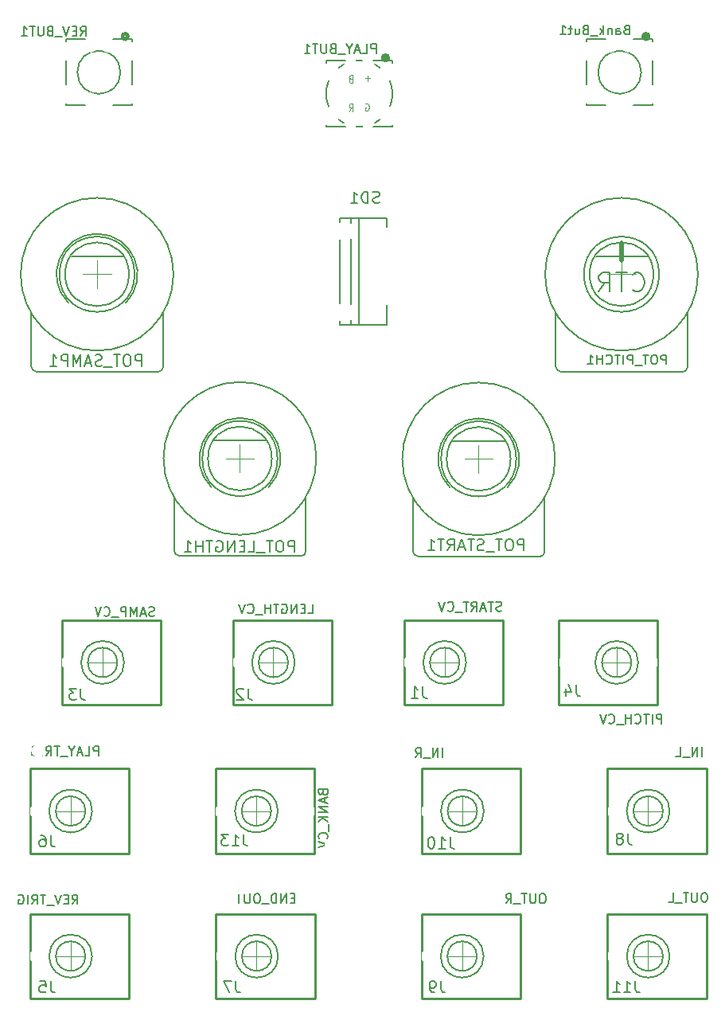
<source format=gbr>
G04 #@! TF.GenerationSoftware,KiCad,Pcbnew,(7.0.0-0)*
G04 #@! TF.CreationDate,2023-03-28T21:35:28-07:00*
G04 #@! TF.ProjectId,Kit-Trig-Sampler,4b69742d-5472-4696-972d-53616d706c65,rev?*
G04 #@! TF.SameCoordinates,PXb745f8PY7402318*
G04 #@! TF.FileFunction,Legend,Bot*
G04 #@! TF.FilePolarity,Positive*
%FSLAX46Y46*%
G04 Gerber Fmt 4.6, Leading zero omitted, Abs format (unit mm)*
G04 Created by KiCad (PCBNEW (7.0.0-0)) date 2023-03-28 21:35:28*
%MOMM*%
%LPD*%
G01*
G04 APERTURE LIST*
%ADD10C,0.150000*%
%ADD11C,0.152400*%
%ADD12C,0.203200*%
%ADD13C,0.120000*%
%ADD14C,0.127000*%
%ADD15C,0.254000*%
%ADD16C,0.400000*%
%ADD17C,0.508000*%
%ADD18C,1.397000*%
%ADD19C,1.600000*%
%ADD20R,1.600000X1.600000*%
%ADD21O,1.600000X1.600000*%
%ADD22R,1.700000X1.700000*%
%ADD23O,1.700000X1.700000*%
%ADD24R,1.905000X2.000000*%
%ADD25O,1.905000X2.000000*%
%ADD26C,1.930400*%
%ADD27C,1.800000*%
%ADD28C,1.500000*%
%ADD29O,1.397000X1.092200*%
%ADD30O,1.524000X1.524000*%
%ADD31C,2.540000*%
G04 APERTURE END LIST*
D10*
X8441381Y13491420D02*
X8774714Y13967610D01*
X9012809Y13491420D02*
X9012809Y14491420D01*
X9012809Y14491420D02*
X8631857Y14491420D01*
X8631857Y14491420D02*
X8536619Y14443800D01*
X8536619Y14443800D02*
X8489000Y14396181D01*
X8489000Y14396181D02*
X8441381Y14300943D01*
X8441381Y14300943D02*
X8441381Y14158086D01*
X8441381Y14158086D02*
X8489000Y14062848D01*
X8489000Y14062848D02*
X8536619Y14015229D01*
X8536619Y14015229D02*
X8631857Y13967610D01*
X8631857Y13967610D02*
X9012809Y13967610D01*
X8012809Y14015229D02*
X7679476Y14015229D01*
X7536619Y13491420D02*
X8012809Y13491420D01*
X8012809Y13491420D02*
X8012809Y14491420D01*
X8012809Y14491420D02*
X7536619Y14491420D01*
X7250904Y14491420D02*
X6917571Y13491420D01*
X6917571Y13491420D02*
X6584238Y14491420D01*
X6489000Y13396181D02*
X5727095Y13396181D01*
X5631856Y14491420D02*
X5060428Y14491420D01*
X5346142Y13491420D02*
X5346142Y14491420D01*
X4155666Y13491420D02*
X4488999Y13967610D01*
X4727094Y13491420D02*
X4727094Y14491420D01*
X4727094Y14491420D02*
X4346142Y14491420D01*
X4346142Y14491420D02*
X4250904Y14443800D01*
X4250904Y14443800D02*
X4203285Y14396181D01*
X4203285Y14396181D02*
X4155666Y14300943D01*
X4155666Y14300943D02*
X4155666Y14158086D01*
X4155666Y14158086D02*
X4203285Y14062848D01*
X4203285Y14062848D02*
X4250904Y14015229D01*
X4250904Y14015229D02*
X4346142Y13967610D01*
X4346142Y13967610D02*
X4727094Y13967610D01*
X3727094Y13491420D02*
X3727094Y14491420D01*
X2727095Y14443800D02*
X2822333Y14491420D01*
X2822333Y14491420D02*
X2965190Y14491420D01*
X2965190Y14491420D02*
X3108047Y14443800D01*
X3108047Y14443800D02*
X3203285Y14348562D01*
X3203285Y14348562D02*
X3250904Y14253324D01*
X3250904Y14253324D02*
X3298523Y14062848D01*
X3298523Y14062848D02*
X3298523Y13919991D01*
X3298523Y13919991D02*
X3250904Y13729515D01*
X3250904Y13729515D02*
X3203285Y13634277D01*
X3203285Y13634277D02*
X3108047Y13539039D01*
X3108047Y13539039D02*
X2965190Y13491420D01*
X2965190Y13491420D02*
X2869952Y13491420D01*
X2869952Y13491420D02*
X2727095Y13539039D01*
X2727095Y13539039D02*
X2679476Y13586658D01*
X2679476Y13586658D02*
X2679476Y13919991D01*
X2679476Y13919991D02*
X2869952Y13919991D01*
X75446142Y29191420D02*
X75446142Y30191420D01*
X74969952Y29191420D02*
X74969952Y30191420D01*
X74969952Y30191420D02*
X74398524Y29191420D01*
X74398524Y29191420D02*
X74398524Y30191420D01*
X74160429Y29096181D02*
X73398524Y29096181D01*
X72684238Y29191420D02*
X73160428Y29191420D01*
X73160428Y29191420D02*
X73160428Y30191420D01*
X32122333Y14115229D02*
X31789000Y14115229D01*
X31646143Y13591420D02*
X32122333Y13591420D01*
X32122333Y13591420D02*
X32122333Y14591420D01*
X32122333Y14591420D02*
X31646143Y14591420D01*
X31217571Y13591420D02*
X31217571Y14591420D01*
X31217571Y14591420D02*
X30646143Y13591420D01*
X30646143Y13591420D02*
X30646143Y14591420D01*
X30169952Y13591420D02*
X30169952Y14591420D01*
X30169952Y14591420D02*
X29931857Y14591420D01*
X29931857Y14591420D02*
X29789000Y14543800D01*
X29789000Y14543800D02*
X29693762Y14448562D01*
X29693762Y14448562D02*
X29646143Y14353324D01*
X29646143Y14353324D02*
X29598524Y14162848D01*
X29598524Y14162848D02*
X29598524Y14019991D01*
X29598524Y14019991D02*
X29646143Y13829515D01*
X29646143Y13829515D02*
X29693762Y13734277D01*
X29693762Y13734277D02*
X29789000Y13639039D01*
X29789000Y13639039D02*
X29931857Y13591420D01*
X29931857Y13591420D02*
X30169952Y13591420D01*
X29408048Y13496181D02*
X28646143Y13496181D01*
X28217571Y14591420D02*
X28027095Y14591420D01*
X28027095Y14591420D02*
X27931857Y14543800D01*
X27931857Y14543800D02*
X27836619Y14448562D01*
X27836619Y14448562D02*
X27789000Y14258086D01*
X27789000Y14258086D02*
X27789000Y13924753D01*
X27789000Y13924753D02*
X27836619Y13734277D01*
X27836619Y13734277D02*
X27931857Y13639039D01*
X27931857Y13639039D02*
X28027095Y13591420D01*
X28027095Y13591420D02*
X28217571Y13591420D01*
X28217571Y13591420D02*
X28312809Y13639039D01*
X28312809Y13639039D02*
X28408047Y13734277D01*
X28408047Y13734277D02*
X28455666Y13924753D01*
X28455666Y13924753D02*
X28455666Y14258086D01*
X28455666Y14258086D02*
X28408047Y14448562D01*
X28408047Y14448562D02*
X28312809Y14543800D01*
X28312809Y14543800D02*
X28217571Y14591420D01*
X27360428Y14591420D02*
X27360428Y13781896D01*
X27360428Y13781896D02*
X27312809Y13686658D01*
X27312809Y13686658D02*
X27265190Y13639039D01*
X27265190Y13639039D02*
X27169952Y13591420D01*
X27169952Y13591420D02*
X26979476Y13591420D01*
X26979476Y13591420D02*
X26884238Y13639039D01*
X26884238Y13639039D02*
X26836619Y13686658D01*
X26836619Y13686658D02*
X26789000Y13781896D01*
X26789000Y13781896D02*
X26789000Y14591420D01*
X26455666Y14591420D02*
X25884238Y14591420D01*
X26169952Y13591420D02*
X26169952Y14591420D01*
X35107571Y25356182D02*
X35155190Y25213325D01*
X35155190Y25213325D02*
X35202809Y25165706D01*
X35202809Y25165706D02*
X35298047Y25118087D01*
X35298047Y25118087D02*
X35440904Y25118087D01*
X35440904Y25118087D02*
X35536142Y25165706D01*
X35536142Y25165706D02*
X35583761Y25213325D01*
X35583761Y25213325D02*
X35631380Y25308563D01*
X35631380Y25308563D02*
X35631380Y25689515D01*
X35631380Y25689515D02*
X34631380Y25689515D01*
X34631380Y25689515D02*
X34631380Y25356182D01*
X34631380Y25356182D02*
X34679000Y25260944D01*
X34679000Y25260944D02*
X34726619Y25213325D01*
X34726619Y25213325D02*
X34821857Y25165706D01*
X34821857Y25165706D02*
X34917095Y25165706D01*
X34917095Y25165706D02*
X35012333Y25213325D01*
X35012333Y25213325D02*
X35059952Y25260944D01*
X35059952Y25260944D02*
X35107571Y25356182D01*
X35107571Y25356182D02*
X35107571Y25689515D01*
X35345666Y24737134D02*
X35345666Y24260944D01*
X35631380Y24832372D02*
X34631380Y24499039D01*
X34631380Y24499039D02*
X35631380Y24165706D01*
X35631380Y23832372D02*
X34631380Y23832372D01*
X34631380Y23832372D02*
X35631380Y23260944D01*
X35631380Y23260944D02*
X34631380Y23260944D01*
X35631380Y22784753D02*
X34631380Y22784753D01*
X35631380Y22213325D02*
X35059952Y22641896D01*
X34631380Y22213325D02*
X35202809Y22784753D01*
X35726619Y22022848D02*
X35726619Y21260944D01*
X35536142Y20451420D02*
X35583761Y20499039D01*
X35583761Y20499039D02*
X35631380Y20641896D01*
X35631380Y20641896D02*
X35631380Y20737134D01*
X35631380Y20737134D02*
X35583761Y20879991D01*
X35583761Y20879991D02*
X35488523Y20975229D01*
X35488523Y20975229D02*
X35393285Y21022848D01*
X35393285Y21022848D02*
X35202809Y21070467D01*
X35202809Y21070467D02*
X35059952Y21070467D01*
X35059952Y21070467D02*
X34869476Y21022848D01*
X34869476Y21022848D02*
X34774238Y20975229D01*
X34774238Y20975229D02*
X34679000Y20879991D01*
X34679000Y20879991D02*
X34631380Y20737134D01*
X34631380Y20737134D02*
X34631380Y20641896D01*
X34631380Y20641896D02*
X34679000Y20499039D01*
X34679000Y20499039D02*
X34726619Y20451420D01*
X34631380Y20165705D02*
X35631380Y19832372D01*
X35631380Y19832372D02*
X34631380Y19499039D01*
X75789000Y14691420D02*
X75598524Y14691420D01*
X75598524Y14691420D02*
X75503286Y14643800D01*
X75503286Y14643800D02*
X75408048Y14548562D01*
X75408048Y14548562D02*
X75360429Y14358086D01*
X75360429Y14358086D02*
X75360429Y14024753D01*
X75360429Y14024753D02*
X75408048Y13834277D01*
X75408048Y13834277D02*
X75503286Y13739039D01*
X75503286Y13739039D02*
X75598524Y13691420D01*
X75598524Y13691420D02*
X75789000Y13691420D01*
X75789000Y13691420D02*
X75884238Y13739039D01*
X75884238Y13739039D02*
X75979476Y13834277D01*
X75979476Y13834277D02*
X76027095Y14024753D01*
X76027095Y14024753D02*
X76027095Y14358086D01*
X76027095Y14358086D02*
X75979476Y14548562D01*
X75979476Y14548562D02*
X75884238Y14643800D01*
X75884238Y14643800D02*
X75789000Y14691420D01*
X74931857Y14691420D02*
X74931857Y13881896D01*
X74931857Y13881896D02*
X74884238Y13786658D01*
X74884238Y13786658D02*
X74836619Y13739039D01*
X74836619Y13739039D02*
X74741381Y13691420D01*
X74741381Y13691420D02*
X74550905Y13691420D01*
X74550905Y13691420D02*
X74455667Y13739039D01*
X74455667Y13739039D02*
X74408048Y13786658D01*
X74408048Y13786658D02*
X74360429Y13881896D01*
X74360429Y13881896D02*
X74360429Y14691420D01*
X74027095Y14691420D02*
X73455667Y14691420D01*
X73741381Y13691420D02*
X73741381Y14691420D01*
X73360429Y13596181D02*
X72598524Y13596181D01*
X71884238Y13691420D02*
X72360428Y13691420D01*
X72360428Y13691420D02*
X72360428Y14691420D01*
X54120905Y44689039D02*
X53978048Y44641420D01*
X53978048Y44641420D02*
X53739953Y44641420D01*
X53739953Y44641420D02*
X53644715Y44689039D01*
X53644715Y44689039D02*
X53597096Y44736658D01*
X53597096Y44736658D02*
X53549477Y44831896D01*
X53549477Y44831896D02*
X53549477Y44927134D01*
X53549477Y44927134D02*
X53597096Y45022372D01*
X53597096Y45022372D02*
X53644715Y45069991D01*
X53644715Y45069991D02*
X53739953Y45117610D01*
X53739953Y45117610D02*
X53930429Y45165229D01*
X53930429Y45165229D02*
X54025667Y45212848D01*
X54025667Y45212848D02*
X54073286Y45260467D01*
X54073286Y45260467D02*
X54120905Y45355705D01*
X54120905Y45355705D02*
X54120905Y45450943D01*
X54120905Y45450943D02*
X54073286Y45546181D01*
X54073286Y45546181D02*
X54025667Y45593800D01*
X54025667Y45593800D02*
X53930429Y45641420D01*
X53930429Y45641420D02*
X53692334Y45641420D01*
X53692334Y45641420D02*
X53549477Y45593800D01*
X53263762Y45641420D02*
X52692334Y45641420D01*
X52978048Y44641420D02*
X52978048Y45641420D01*
X52406619Y44927134D02*
X51930429Y44927134D01*
X52501857Y44641420D02*
X52168524Y45641420D01*
X52168524Y45641420D02*
X51835191Y44641420D01*
X50930429Y44641420D02*
X51263762Y45117610D01*
X51501857Y44641420D02*
X51501857Y45641420D01*
X51501857Y45641420D02*
X51120905Y45641420D01*
X51120905Y45641420D02*
X51025667Y45593800D01*
X51025667Y45593800D02*
X50978048Y45546181D01*
X50978048Y45546181D02*
X50930429Y45450943D01*
X50930429Y45450943D02*
X50930429Y45308086D01*
X50930429Y45308086D02*
X50978048Y45212848D01*
X50978048Y45212848D02*
X51025667Y45165229D01*
X51025667Y45165229D02*
X51120905Y45117610D01*
X51120905Y45117610D02*
X51501857Y45117610D01*
X50644714Y45641420D02*
X50073286Y45641420D01*
X50359000Y44641420D02*
X50359000Y45641420D01*
X49978048Y44546181D02*
X49216143Y44546181D01*
X48406619Y44736658D02*
X48454238Y44689039D01*
X48454238Y44689039D02*
X48597095Y44641420D01*
X48597095Y44641420D02*
X48692333Y44641420D01*
X48692333Y44641420D02*
X48835190Y44689039D01*
X48835190Y44689039D02*
X48930428Y44784277D01*
X48930428Y44784277D02*
X48978047Y44879515D01*
X48978047Y44879515D02*
X49025666Y45069991D01*
X49025666Y45069991D02*
X49025666Y45212848D01*
X49025666Y45212848D02*
X48978047Y45403324D01*
X48978047Y45403324D02*
X48930428Y45498562D01*
X48930428Y45498562D02*
X48835190Y45593800D01*
X48835190Y45593800D02*
X48692333Y45641420D01*
X48692333Y45641420D02*
X48597095Y45641420D01*
X48597095Y45641420D02*
X48454238Y45593800D01*
X48454238Y45593800D02*
X48406619Y45546181D01*
X48120904Y45641420D02*
X47787571Y44641420D01*
X47787571Y44641420D02*
X47454238Y45641420D01*
X58579476Y14591420D02*
X58389000Y14591420D01*
X58389000Y14591420D02*
X58293762Y14543800D01*
X58293762Y14543800D02*
X58198524Y14448562D01*
X58198524Y14448562D02*
X58150905Y14258086D01*
X58150905Y14258086D02*
X58150905Y13924753D01*
X58150905Y13924753D02*
X58198524Y13734277D01*
X58198524Y13734277D02*
X58293762Y13639039D01*
X58293762Y13639039D02*
X58389000Y13591420D01*
X58389000Y13591420D02*
X58579476Y13591420D01*
X58579476Y13591420D02*
X58674714Y13639039D01*
X58674714Y13639039D02*
X58769952Y13734277D01*
X58769952Y13734277D02*
X58817571Y13924753D01*
X58817571Y13924753D02*
X58817571Y14258086D01*
X58817571Y14258086D02*
X58769952Y14448562D01*
X58769952Y14448562D02*
X58674714Y14543800D01*
X58674714Y14543800D02*
X58579476Y14591420D01*
X57722333Y14591420D02*
X57722333Y13781896D01*
X57722333Y13781896D02*
X57674714Y13686658D01*
X57674714Y13686658D02*
X57627095Y13639039D01*
X57627095Y13639039D02*
X57531857Y13591420D01*
X57531857Y13591420D02*
X57341381Y13591420D01*
X57341381Y13591420D02*
X57246143Y13639039D01*
X57246143Y13639039D02*
X57198524Y13686658D01*
X57198524Y13686658D02*
X57150905Y13781896D01*
X57150905Y13781896D02*
X57150905Y14591420D01*
X56817571Y14591420D02*
X56246143Y14591420D01*
X56531857Y13591420D02*
X56531857Y14591420D01*
X56150905Y13496181D02*
X55389000Y13496181D01*
X54579476Y13591420D02*
X54912809Y14067610D01*
X55150904Y13591420D02*
X55150904Y14591420D01*
X55150904Y14591420D02*
X54769952Y14591420D01*
X54769952Y14591420D02*
X54674714Y14543800D01*
X54674714Y14543800D02*
X54627095Y14496181D01*
X54627095Y14496181D02*
X54579476Y14400943D01*
X54579476Y14400943D02*
X54579476Y14258086D01*
X54579476Y14258086D02*
X54627095Y14162848D01*
X54627095Y14162848D02*
X54674714Y14115229D01*
X54674714Y14115229D02*
X54769952Y14067610D01*
X54769952Y14067610D02*
X55150904Y14067610D01*
X33565191Y44391420D02*
X34041381Y44391420D01*
X34041381Y44391420D02*
X34041381Y45391420D01*
X33231857Y44915229D02*
X32898524Y44915229D01*
X32755667Y44391420D02*
X33231857Y44391420D01*
X33231857Y44391420D02*
X33231857Y45391420D01*
X33231857Y45391420D02*
X32755667Y45391420D01*
X32327095Y44391420D02*
X32327095Y45391420D01*
X32327095Y45391420D02*
X31755667Y44391420D01*
X31755667Y44391420D02*
X31755667Y45391420D01*
X30755667Y45343800D02*
X30850905Y45391420D01*
X30850905Y45391420D02*
X30993762Y45391420D01*
X30993762Y45391420D02*
X31136619Y45343800D01*
X31136619Y45343800D02*
X31231857Y45248562D01*
X31231857Y45248562D02*
X31279476Y45153324D01*
X31279476Y45153324D02*
X31327095Y44962848D01*
X31327095Y44962848D02*
X31327095Y44819991D01*
X31327095Y44819991D02*
X31279476Y44629515D01*
X31279476Y44629515D02*
X31231857Y44534277D01*
X31231857Y44534277D02*
X31136619Y44439039D01*
X31136619Y44439039D02*
X30993762Y44391420D01*
X30993762Y44391420D02*
X30898524Y44391420D01*
X30898524Y44391420D02*
X30755667Y44439039D01*
X30755667Y44439039D02*
X30708048Y44486658D01*
X30708048Y44486658D02*
X30708048Y44819991D01*
X30708048Y44819991D02*
X30898524Y44819991D01*
X30422333Y45391420D02*
X29850905Y45391420D01*
X30136619Y44391420D02*
X30136619Y45391420D01*
X29517571Y44391420D02*
X29517571Y45391420D01*
X29517571Y44915229D02*
X28946143Y44915229D01*
X28946143Y44391420D02*
X28946143Y45391420D01*
X28708048Y44296181D02*
X27946143Y44296181D01*
X27136619Y44486658D02*
X27184238Y44439039D01*
X27184238Y44439039D02*
X27327095Y44391420D01*
X27327095Y44391420D02*
X27422333Y44391420D01*
X27422333Y44391420D02*
X27565190Y44439039D01*
X27565190Y44439039D02*
X27660428Y44534277D01*
X27660428Y44534277D02*
X27708047Y44629515D01*
X27708047Y44629515D02*
X27755666Y44819991D01*
X27755666Y44819991D02*
X27755666Y44962848D01*
X27755666Y44962848D02*
X27708047Y45153324D01*
X27708047Y45153324D02*
X27660428Y45248562D01*
X27660428Y45248562D02*
X27565190Y45343800D01*
X27565190Y45343800D02*
X27422333Y45391420D01*
X27422333Y45391420D02*
X27327095Y45391420D01*
X27327095Y45391420D02*
X27184238Y45343800D01*
X27184238Y45343800D02*
X27136619Y45296181D01*
X26850904Y45391420D02*
X26517571Y44391420D01*
X26517571Y44391420D02*
X26184238Y45391420D01*
X47836618Y29091420D02*
X47836618Y30091420D01*
X47360428Y29091420D02*
X47360428Y30091420D01*
X47360428Y30091420D02*
X46789000Y29091420D01*
X46789000Y29091420D02*
X46789000Y30091420D01*
X46550905Y28996181D02*
X45789000Y28996181D01*
X44979476Y29091420D02*
X45312809Y29567610D01*
X45550904Y29091420D02*
X45550904Y30091420D01*
X45550904Y30091420D02*
X45169952Y30091420D01*
X45169952Y30091420D02*
X45074714Y30043800D01*
X45074714Y30043800D02*
X45027095Y29996181D01*
X45027095Y29996181D02*
X44979476Y29900943D01*
X44979476Y29900943D02*
X44979476Y29758086D01*
X44979476Y29758086D02*
X45027095Y29662848D01*
X45027095Y29662848D02*
X45074714Y29615229D01*
X45074714Y29615229D02*
X45169952Y29567610D01*
X45169952Y29567610D02*
X45550904Y29567610D01*
X17169952Y44139039D02*
X17027095Y44091420D01*
X17027095Y44091420D02*
X16789000Y44091420D01*
X16789000Y44091420D02*
X16693762Y44139039D01*
X16693762Y44139039D02*
X16646143Y44186658D01*
X16646143Y44186658D02*
X16598524Y44281896D01*
X16598524Y44281896D02*
X16598524Y44377134D01*
X16598524Y44377134D02*
X16646143Y44472372D01*
X16646143Y44472372D02*
X16693762Y44519991D01*
X16693762Y44519991D02*
X16789000Y44567610D01*
X16789000Y44567610D02*
X16979476Y44615229D01*
X16979476Y44615229D02*
X17074714Y44662848D01*
X17074714Y44662848D02*
X17122333Y44710467D01*
X17122333Y44710467D02*
X17169952Y44805705D01*
X17169952Y44805705D02*
X17169952Y44900943D01*
X17169952Y44900943D02*
X17122333Y44996181D01*
X17122333Y44996181D02*
X17074714Y45043800D01*
X17074714Y45043800D02*
X16979476Y45091420D01*
X16979476Y45091420D02*
X16741381Y45091420D01*
X16741381Y45091420D02*
X16598524Y45043800D01*
X16217571Y44377134D02*
X15741381Y44377134D01*
X16312809Y44091420D02*
X15979476Y45091420D01*
X15979476Y45091420D02*
X15646143Y44091420D01*
X15312809Y44091420D02*
X15312809Y45091420D01*
X15312809Y45091420D02*
X14979476Y44377134D01*
X14979476Y44377134D02*
X14646143Y45091420D01*
X14646143Y45091420D02*
X14646143Y44091420D01*
X14169952Y44091420D02*
X14169952Y45091420D01*
X14169952Y45091420D02*
X13789000Y45091420D01*
X13789000Y45091420D02*
X13693762Y45043800D01*
X13693762Y45043800D02*
X13646143Y44996181D01*
X13646143Y44996181D02*
X13598524Y44900943D01*
X13598524Y44900943D02*
X13598524Y44758086D01*
X13598524Y44758086D02*
X13646143Y44662848D01*
X13646143Y44662848D02*
X13693762Y44615229D01*
X13693762Y44615229D02*
X13789000Y44567610D01*
X13789000Y44567610D02*
X14169952Y44567610D01*
X13408048Y43996181D02*
X12646143Y43996181D01*
X11836619Y44186658D02*
X11884238Y44139039D01*
X11884238Y44139039D02*
X12027095Y44091420D01*
X12027095Y44091420D02*
X12122333Y44091420D01*
X12122333Y44091420D02*
X12265190Y44139039D01*
X12265190Y44139039D02*
X12360428Y44234277D01*
X12360428Y44234277D02*
X12408047Y44329515D01*
X12408047Y44329515D02*
X12455666Y44519991D01*
X12455666Y44519991D02*
X12455666Y44662848D01*
X12455666Y44662848D02*
X12408047Y44853324D01*
X12408047Y44853324D02*
X12360428Y44948562D01*
X12360428Y44948562D02*
X12265190Y45043800D01*
X12265190Y45043800D02*
X12122333Y45091420D01*
X12122333Y45091420D02*
X12027095Y45091420D01*
X12027095Y45091420D02*
X11884238Y45043800D01*
X11884238Y45043800D02*
X11836619Y44996181D01*
X11550904Y45091420D02*
X11217571Y44091420D01*
X11217571Y44091420D02*
X10884238Y45091420D01*
X11274714Y29291420D02*
X11274714Y30291420D01*
X11274714Y30291420D02*
X10893762Y30291420D01*
X10893762Y30291420D02*
X10798524Y30243800D01*
X10798524Y30243800D02*
X10750905Y30196181D01*
X10750905Y30196181D02*
X10703286Y30100943D01*
X10703286Y30100943D02*
X10703286Y29958086D01*
X10703286Y29958086D02*
X10750905Y29862848D01*
X10750905Y29862848D02*
X10798524Y29815229D01*
X10798524Y29815229D02*
X10893762Y29767610D01*
X10893762Y29767610D02*
X11274714Y29767610D01*
X9798524Y29291420D02*
X10274714Y29291420D01*
X10274714Y29291420D02*
X10274714Y30291420D01*
X9512809Y29577134D02*
X9036619Y29577134D01*
X9608047Y29291420D02*
X9274714Y30291420D01*
X9274714Y30291420D02*
X8941381Y29291420D01*
X8417571Y29767610D02*
X8417571Y29291420D01*
X8750904Y30291420D02*
X8417571Y29767610D01*
X8417571Y29767610D02*
X8084238Y30291420D01*
X7989000Y29196181D02*
X7227095Y29196181D01*
X7131856Y30291420D02*
X6560428Y30291420D01*
X6846142Y29291420D02*
X6846142Y30291420D01*
X5655666Y29291420D02*
X5988999Y29767610D01*
X6227094Y29291420D02*
X6227094Y30291420D01*
X6227094Y30291420D02*
X5846142Y30291420D01*
X5846142Y30291420D02*
X5750904Y30243800D01*
X5750904Y30243800D02*
X5703285Y30196181D01*
X5703285Y30196181D02*
X5655666Y30100943D01*
X5655666Y30100943D02*
X5655666Y29958086D01*
X5655666Y29958086D02*
X5703285Y29862848D01*
X5703285Y29862848D02*
X5750904Y29815229D01*
X5750904Y29815229D02*
X5846142Y29767610D01*
X5846142Y29767610D02*
X6227094Y29767610D01*
X5227094Y29291420D02*
X5227094Y30291420D01*
X4227095Y30243800D02*
X4322333Y30291420D01*
X4322333Y30291420D02*
X4465190Y30291420D01*
X4465190Y30291420D02*
X4608047Y30243800D01*
X4608047Y30243800D02*
X4703285Y30148562D01*
X4703285Y30148562D02*
X4750904Y30053324D01*
X4750904Y30053324D02*
X4798523Y29862848D01*
X4798523Y29862848D02*
X4798523Y29719991D01*
X4798523Y29719991D02*
X4750904Y29529515D01*
X4750904Y29529515D02*
X4703285Y29434277D01*
X4703285Y29434277D02*
X4608047Y29339039D01*
X4608047Y29339039D02*
X4465190Y29291420D01*
X4465190Y29291420D02*
X4369952Y29291420D01*
X4369952Y29291420D02*
X4227095Y29339039D01*
X4227095Y29339039D02*
X4179476Y29386658D01*
X4179476Y29386658D02*
X4179476Y29719991D01*
X4179476Y29719991D02*
X4369952Y29719991D01*
X71155666Y32691420D02*
X71155666Y33691420D01*
X71155666Y33691420D02*
X70774714Y33691420D01*
X70774714Y33691420D02*
X70679476Y33643800D01*
X70679476Y33643800D02*
X70631857Y33596181D01*
X70631857Y33596181D02*
X70584238Y33500943D01*
X70584238Y33500943D02*
X70584238Y33358086D01*
X70584238Y33358086D02*
X70631857Y33262848D01*
X70631857Y33262848D02*
X70679476Y33215229D01*
X70679476Y33215229D02*
X70774714Y33167610D01*
X70774714Y33167610D02*
X71155666Y33167610D01*
X70155666Y32691420D02*
X70155666Y33691420D01*
X69822333Y33691420D02*
X69250905Y33691420D01*
X69536619Y32691420D02*
X69536619Y33691420D01*
X68346143Y32786658D02*
X68393762Y32739039D01*
X68393762Y32739039D02*
X68536619Y32691420D01*
X68536619Y32691420D02*
X68631857Y32691420D01*
X68631857Y32691420D02*
X68774714Y32739039D01*
X68774714Y32739039D02*
X68869952Y32834277D01*
X68869952Y32834277D02*
X68917571Y32929515D01*
X68917571Y32929515D02*
X68965190Y33119991D01*
X68965190Y33119991D02*
X68965190Y33262848D01*
X68965190Y33262848D02*
X68917571Y33453324D01*
X68917571Y33453324D02*
X68869952Y33548562D01*
X68869952Y33548562D02*
X68774714Y33643800D01*
X68774714Y33643800D02*
X68631857Y33691420D01*
X68631857Y33691420D02*
X68536619Y33691420D01*
X68536619Y33691420D02*
X68393762Y33643800D01*
X68393762Y33643800D02*
X68346143Y33596181D01*
X67917571Y32691420D02*
X67917571Y33691420D01*
X67917571Y33215229D02*
X67346143Y33215229D01*
X67346143Y32691420D02*
X67346143Y33691420D01*
X67108048Y32596181D02*
X66346143Y32596181D01*
X65536619Y32786658D02*
X65584238Y32739039D01*
X65584238Y32739039D02*
X65727095Y32691420D01*
X65727095Y32691420D02*
X65822333Y32691420D01*
X65822333Y32691420D02*
X65965190Y32739039D01*
X65965190Y32739039D02*
X66060428Y32834277D01*
X66060428Y32834277D02*
X66108047Y32929515D01*
X66108047Y32929515D02*
X66155666Y33119991D01*
X66155666Y33119991D02*
X66155666Y33262848D01*
X66155666Y33262848D02*
X66108047Y33453324D01*
X66108047Y33453324D02*
X66060428Y33548562D01*
X66060428Y33548562D02*
X65965190Y33643800D01*
X65965190Y33643800D02*
X65822333Y33691420D01*
X65822333Y33691420D02*
X65727095Y33691420D01*
X65727095Y33691420D02*
X65584238Y33643800D01*
X65584238Y33643800D02*
X65536619Y33596181D01*
X65250904Y33691420D02*
X64917571Y32691420D01*
X64917571Y32691420D02*
X64584238Y33691420D01*
D11*
G04 #@! TO.C,J10*
X48657023Y20612858D02*
X48657023Y19751072D01*
X48657023Y19751072D02*
X48714476Y19578715D01*
X48714476Y19578715D02*
X48829380Y19463810D01*
X48829380Y19463810D02*
X49001738Y19406358D01*
X49001738Y19406358D02*
X49116642Y19406358D01*
X47450523Y19406358D02*
X48139952Y19406358D01*
X47795238Y19406358D02*
X47795238Y20612858D01*
X47795238Y20612858D02*
X47910142Y20440501D01*
X47910142Y20440501D02*
X48025047Y20325596D01*
X48025047Y20325596D02*
X48139952Y20268144D01*
X46703642Y20612858D02*
X46588737Y20612858D01*
X46588737Y20612858D02*
X46473833Y20555405D01*
X46473833Y20555405D02*
X46416380Y20497953D01*
X46416380Y20497953D02*
X46358928Y20383048D01*
X46358928Y20383048D02*
X46301475Y20153239D01*
X46301475Y20153239D02*
X46301475Y19865977D01*
X46301475Y19865977D02*
X46358928Y19636167D01*
X46358928Y19636167D02*
X46416380Y19521263D01*
X46416380Y19521263D02*
X46473833Y19463810D01*
X46473833Y19463810D02*
X46588737Y19406358D01*
X46588737Y19406358D02*
X46703642Y19406358D01*
X46703642Y19406358D02*
X46818547Y19463810D01*
X46818547Y19463810D02*
X46875999Y19521263D01*
X46875999Y19521263D02*
X46933452Y19636167D01*
X46933452Y19636167D02*
X46990904Y19865977D01*
X46990904Y19865977D02*
X46990904Y20153239D01*
X46990904Y20153239D02*
X46933452Y20383048D01*
X46933452Y20383048D02*
X46875999Y20497953D01*
X46875999Y20497953D02*
X46818547Y20555405D01*
X46818547Y20555405D02*
X46703642Y20612858D01*
D10*
G04 #@! TO.C,Bank_But1*
X67422333Y106470229D02*
X67279476Y106422610D01*
X67279476Y106422610D02*
X67231857Y106374991D01*
X67231857Y106374991D02*
X67184238Y106279753D01*
X67184238Y106279753D02*
X67184238Y106136896D01*
X67184238Y106136896D02*
X67231857Y106041658D01*
X67231857Y106041658D02*
X67279476Y105994039D01*
X67279476Y105994039D02*
X67374714Y105946420D01*
X67374714Y105946420D02*
X67755666Y105946420D01*
X67755666Y105946420D02*
X67755666Y106946420D01*
X67755666Y106946420D02*
X67422333Y106946420D01*
X67422333Y106946420D02*
X67327095Y106898800D01*
X67327095Y106898800D02*
X67279476Y106851181D01*
X67279476Y106851181D02*
X67231857Y106755943D01*
X67231857Y106755943D02*
X67231857Y106660705D01*
X67231857Y106660705D02*
X67279476Y106565467D01*
X67279476Y106565467D02*
X67327095Y106517848D01*
X67327095Y106517848D02*
X67422333Y106470229D01*
X67422333Y106470229D02*
X67755666Y106470229D01*
X66327095Y105946420D02*
X66327095Y106470229D01*
X66327095Y106470229D02*
X66374714Y106565467D01*
X66374714Y106565467D02*
X66469952Y106613086D01*
X66469952Y106613086D02*
X66660428Y106613086D01*
X66660428Y106613086D02*
X66755666Y106565467D01*
X66327095Y105994039D02*
X66422333Y105946420D01*
X66422333Y105946420D02*
X66660428Y105946420D01*
X66660428Y105946420D02*
X66755666Y105994039D01*
X66755666Y105994039D02*
X66803285Y106089277D01*
X66803285Y106089277D02*
X66803285Y106184515D01*
X66803285Y106184515D02*
X66755666Y106279753D01*
X66755666Y106279753D02*
X66660428Y106327372D01*
X66660428Y106327372D02*
X66422333Y106327372D01*
X66422333Y106327372D02*
X66327095Y106374991D01*
X65850904Y106613086D02*
X65850904Y105946420D01*
X65850904Y106517848D02*
X65803285Y106565467D01*
X65803285Y106565467D02*
X65708047Y106613086D01*
X65708047Y106613086D02*
X65565190Y106613086D01*
X65565190Y106613086D02*
X65469952Y106565467D01*
X65469952Y106565467D02*
X65422333Y106470229D01*
X65422333Y106470229D02*
X65422333Y105946420D01*
X64946142Y105946420D02*
X64946142Y106946420D01*
X64850904Y106327372D02*
X64565190Y105946420D01*
X64565190Y106613086D02*
X64946142Y106232134D01*
X64374714Y105851181D02*
X63612809Y105851181D01*
X63041380Y106470229D02*
X62898523Y106422610D01*
X62898523Y106422610D02*
X62850904Y106374991D01*
X62850904Y106374991D02*
X62803285Y106279753D01*
X62803285Y106279753D02*
X62803285Y106136896D01*
X62803285Y106136896D02*
X62850904Y106041658D01*
X62850904Y106041658D02*
X62898523Y105994039D01*
X62898523Y105994039D02*
X62993761Y105946420D01*
X62993761Y105946420D02*
X63374713Y105946420D01*
X63374713Y105946420D02*
X63374713Y106946420D01*
X63374713Y106946420D02*
X63041380Y106946420D01*
X63041380Y106946420D02*
X62946142Y106898800D01*
X62946142Y106898800D02*
X62898523Y106851181D01*
X62898523Y106851181D02*
X62850904Y106755943D01*
X62850904Y106755943D02*
X62850904Y106660705D01*
X62850904Y106660705D02*
X62898523Y106565467D01*
X62898523Y106565467D02*
X62946142Y106517848D01*
X62946142Y106517848D02*
X63041380Y106470229D01*
X63041380Y106470229D02*
X63374713Y106470229D01*
X61946142Y106613086D02*
X61946142Y105946420D01*
X62374713Y106613086D02*
X62374713Y106089277D01*
X62374713Y106089277D02*
X62327094Y105994039D01*
X62327094Y105994039D02*
X62231856Y105946420D01*
X62231856Y105946420D02*
X62088999Y105946420D01*
X62088999Y105946420D02*
X61993761Y105994039D01*
X61993761Y105994039D02*
X61946142Y106041658D01*
X61612808Y106613086D02*
X61231856Y106613086D01*
X61469951Y106946420D02*
X61469951Y106089277D01*
X61469951Y106089277D02*
X61422332Y105994039D01*
X61422332Y105994039D02*
X61327094Y105946420D01*
X61327094Y105946420D02*
X61231856Y105946420D01*
X60374713Y105946420D02*
X60946141Y105946420D01*
X60660427Y105946420D02*
X60660427Y106946420D01*
X60660427Y106946420D02*
X60755665Y106803562D01*
X60755665Y106803562D02*
X60850903Y106708324D01*
X60850903Y106708324D02*
X60946141Y106660705D01*
G04 #@! TO.C,SD1*
X41113285Y88112850D02*
X40941857Y88055707D01*
X40941857Y88055707D02*
X40656142Y88055707D01*
X40656142Y88055707D02*
X40541857Y88112850D01*
X40541857Y88112850D02*
X40484714Y88169993D01*
X40484714Y88169993D02*
X40427571Y88284279D01*
X40427571Y88284279D02*
X40427571Y88398564D01*
X40427571Y88398564D02*
X40484714Y88512850D01*
X40484714Y88512850D02*
X40541857Y88569993D01*
X40541857Y88569993D02*
X40656142Y88627136D01*
X40656142Y88627136D02*
X40884714Y88684279D01*
X40884714Y88684279D02*
X40998999Y88741422D01*
X40998999Y88741422D02*
X41056142Y88798564D01*
X41056142Y88798564D02*
X41113285Y88912850D01*
X41113285Y88912850D02*
X41113285Y89027136D01*
X41113285Y89027136D02*
X41056142Y89141422D01*
X41056142Y89141422D02*
X40998999Y89198564D01*
X40998999Y89198564D02*
X40884714Y89255707D01*
X40884714Y89255707D02*
X40598999Y89255707D01*
X40598999Y89255707D02*
X40427571Y89198564D01*
X39913285Y88055707D02*
X39913285Y89255707D01*
X39913285Y89255707D02*
X39627571Y89255707D01*
X39627571Y89255707D02*
X39456142Y89198564D01*
X39456142Y89198564D02*
X39341857Y89084279D01*
X39341857Y89084279D02*
X39284714Y88969993D01*
X39284714Y88969993D02*
X39227571Y88741422D01*
X39227571Y88741422D02*
X39227571Y88569993D01*
X39227571Y88569993D02*
X39284714Y88341422D01*
X39284714Y88341422D02*
X39341857Y88227136D01*
X39341857Y88227136D02*
X39456142Y88112850D01*
X39456142Y88112850D02*
X39627571Y88055707D01*
X39627571Y88055707D02*
X39913285Y88055707D01*
X38084714Y88055707D02*
X38770428Y88055707D01*
X38427571Y88055707D02*
X38427571Y89255707D01*
X38427571Y89255707D02*
X38541857Y89084279D01*
X38541857Y89084279D02*
X38656142Y88969993D01*
X38656142Y88969993D02*
X38770428Y88912850D01*
D11*
G04 #@! TO.C,POT_LENGTH1*
X32081641Y50939072D02*
X32081641Y52145572D01*
X32081641Y52145572D02*
X31622022Y52145572D01*
X31622022Y52145572D02*
X31507117Y52088119D01*
X31507117Y52088119D02*
X31449664Y52030667D01*
X31449664Y52030667D02*
X31392212Y51915762D01*
X31392212Y51915762D02*
X31392212Y51743405D01*
X31392212Y51743405D02*
X31449664Y51628500D01*
X31449664Y51628500D02*
X31507117Y51571048D01*
X31507117Y51571048D02*
X31622022Y51513596D01*
X31622022Y51513596D02*
X32081641Y51513596D01*
X30645331Y52145572D02*
X30415522Y52145572D01*
X30415522Y52145572D02*
X30300617Y52088119D01*
X30300617Y52088119D02*
X30185712Y51973215D01*
X30185712Y51973215D02*
X30128260Y51743405D01*
X30128260Y51743405D02*
X30128260Y51341239D01*
X30128260Y51341239D02*
X30185712Y51111429D01*
X30185712Y51111429D02*
X30300617Y50996524D01*
X30300617Y50996524D02*
X30415522Y50939072D01*
X30415522Y50939072D02*
X30645331Y50939072D01*
X30645331Y50939072D02*
X30760236Y50996524D01*
X30760236Y50996524D02*
X30875141Y51111429D01*
X30875141Y51111429D02*
X30932593Y51341239D01*
X30932593Y51341239D02*
X30932593Y51743405D01*
X30932593Y51743405D02*
X30875141Y51973215D01*
X30875141Y51973215D02*
X30760236Y52088119D01*
X30760236Y52088119D02*
X30645331Y52145572D01*
X29783546Y52145572D02*
X29094117Y52145572D01*
X29438831Y50939072D02*
X29438831Y52145572D01*
X28979213Y50824167D02*
X28059974Y50824167D01*
X27198189Y50939072D02*
X27772713Y50939072D01*
X27772713Y50939072D02*
X27772713Y52145572D01*
X26796023Y51571048D02*
X26393856Y51571048D01*
X26221499Y50939072D02*
X26796023Y50939072D01*
X26796023Y50939072D02*
X26796023Y52145572D01*
X26796023Y52145572D02*
X26221499Y52145572D01*
X25704428Y50939072D02*
X25704428Y52145572D01*
X25704428Y52145572D02*
X25014999Y50939072D01*
X25014999Y50939072D02*
X25014999Y52145572D01*
X23808499Y52088119D02*
X23923404Y52145572D01*
X23923404Y52145572D02*
X24095761Y52145572D01*
X24095761Y52145572D02*
X24268118Y52088119D01*
X24268118Y52088119D02*
X24383023Y51973215D01*
X24383023Y51973215D02*
X24440476Y51858310D01*
X24440476Y51858310D02*
X24497928Y51628500D01*
X24497928Y51628500D02*
X24497928Y51456143D01*
X24497928Y51456143D02*
X24440476Y51226334D01*
X24440476Y51226334D02*
X24383023Y51111429D01*
X24383023Y51111429D02*
X24268118Y50996524D01*
X24268118Y50996524D02*
X24095761Y50939072D01*
X24095761Y50939072D02*
X23980857Y50939072D01*
X23980857Y50939072D02*
X23808499Y50996524D01*
X23808499Y50996524D02*
X23751047Y51053977D01*
X23751047Y51053977D02*
X23751047Y51456143D01*
X23751047Y51456143D02*
X23980857Y51456143D01*
X23406333Y52145572D02*
X22716904Y52145572D01*
X23061618Y50939072D02*
X23061618Y52145572D01*
X22314738Y50939072D02*
X22314738Y52145572D01*
X22314738Y51571048D02*
X21625309Y51571048D01*
X21625309Y50939072D02*
X21625309Y52145572D01*
X20418809Y50939072D02*
X21108238Y50939072D01*
X20763524Y50939072D02*
X20763524Y52145572D01*
X20763524Y52145572D02*
X20878428Y51973215D01*
X20878428Y51973215D02*
X20993333Y51858310D01*
X20993333Y51858310D02*
X21108238Y51800858D01*
G04 #@! TO.C,J2*
X27157023Y36412858D02*
X27157023Y35551072D01*
X27157023Y35551072D02*
X27214476Y35378715D01*
X27214476Y35378715D02*
X27329380Y35263810D01*
X27329380Y35263810D02*
X27501738Y35206358D01*
X27501738Y35206358D02*
X27616642Y35206358D01*
X26639952Y36297953D02*
X26582500Y36355405D01*
X26582500Y36355405D02*
X26467595Y36412858D01*
X26467595Y36412858D02*
X26180333Y36412858D01*
X26180333Y36412858D02*
X26065428Y36355405D01*
X26065428Y36355405D02*
X26007976Y36297953D01*
X26007976Y36297953D02*
X25950523Y36183048D01*
X25950523Y36183048D02*
X25950523Y36068144D01*
X25950523Y36068144D02*
X26007976Y35895786D01*
X26007976Y35895786D02*
X26697404Y35206358D01*
X26697404Y35206358D02*
X25950523Y35206358D01*
D10*
G04 #@! TO.C,POT_PITCH1*
X71652428Y70891420D02*
X71652428Y71891420D01*
X71652428Y71891420D02*
X71271476Y71891420D01*
X71271476Y71891420D02*
X71176238Y71843800D01*
X71176238Y71843800D02*
X71128619Y71796181D01*
X71128619Y71796181D02*
X71081000Y71700943D01*
X71081000Y71700943D02*
X71081000Y71558086D01*
X71081000Y71558086D02*
X71128619Y71462848D01*
X71128619Y71462848D02*
X71176238Y71415229D01*
X71176238Y71415229D02*
X71271476Y71367610D01*
X71271476Y71367610D02*
X71652428Y71367610D01*
X70461952Y71891420D02*
X70271476Y71891420D01*
X70271476Y71891420D02*
X70176238Y71843800D01*
X70176238Y71843800D02*
X70081000Y71748562D01*
X70081000Y71748562D02*
X70033381Y71558086D01*
X70033381Y71558086D02*
X70033381Y71224753D01*
X70033381Y71224753D02*
X70081000Y71034277D01*
X70081000Y71034277D02*
X70176238Y70939039D01*
X70176238Y70939039D02*
X70271476Y70891420D01*
X70271476Y70891420D02*
X70461952Y70891420D01*
X70461952Y70891420D02*
X70557190Y70939039D01*
X70557190Y70939039D02*
X70652428Y71034277D01*
X70652428Y71034277D02*
X70700047Y71224753D01*
X70700047Y71224753D02*
X70700047Y71558086D01*
X70700047Y71558086D02*
X70652428Y71748562D01*
X70652428Y71748562D02*
X70557190Y71843800D01*
X70557190Y71843800D02*
X70461952Y71891420D01*
X69747666Y71891420D02*
X69176238Y71891420D01*
X69461952Y70891420D02*
X69461952Y71891420D01*
X69081000Y70796181D02*
X68319095Y70796181D01*
X68080999Y70891420D02*
X68080999Y71891420D01*
X68080999Y71891420D02*
X67700047Y71891420D01*
X67700047Y71891420D02*
X67604809Y71843800D01*
X67604809Y71843800D02*
X67557190Y71796181D01*
X67557190Y71796181D02*
X67509571Y71700943D01*
X67509571Y71700943D02*
X67509571Y71558086D01*
X67509571Y71558086D02*
X67557190Y71462848D01*
X67557190Y71462848D02*
X67604809Y71415229D01*
X67604809Y71415229D02*
X67700047Y71367610D01*
X67700047Y71367610D02*
X68080999Y71367610D01*
X67080999Y70891420D02*
X67080999Y71891420D01*
X66747666Y71891420D02*
X66176238Y71891420D01*
X66461952Y70891420D02*
X66461952Y71891420D01*
X65271476Y70986658D02*
X65319095Y70939039D01*
X65319095Y70939039D02*
X65461952Y70891420D01*
X65461952Y70891420D02*
X65557190Y70891420D01*
X65557190Y70891420D02*
X65700047Y70939039D01*
X65700047Y70939039D02*
X65795285Y71034277D01*
X65795285Y71034277D02*
X65842904Y71129515D01*
X65842904Y71129515D02*
X65890523Y71319991D01*
X65890523Y71319991D02*
X65890523Y71462848D01*
X65890523Y71462848D02*
X65842904Y71653324D01*
X65842904Y71653324D02*
X65795285Y71748562D01*
X65795285Y71748562D02*
X65700047Y71843800D01*
X65700047Y71843800D02*
X65557190Y71891420D01*
X65557190Y71891420D02*
X65461952Y71891420D01*
X65461952Y71891420D02*
X65319095Y71843800D01*
X65319095Y71843800D02*
X65271476Y71796181D01*
X64842904Y70891420D02*
X64842904Y71891420D01*
X64842904Y71415229D02*
X64271476Y71415229D01*
X64271476Y70891420D02*
X64271476Y71891420D01*
X63271476Y70891420D02*
X63842904Y70891420D01*
X63557190Y70891420D02*
X63557190Y71891420D01*
X63557190Y71891420D02*
X63652428Y71748562D01*
X63652428Y71748562D02*
X63747666Y71653324D01*
X63747666Y71653324D02*
X63842904Y71605705D01*
D12*
X68050142Y78790970D02*
X68146904Y78694208D01*
X68146904Y78694208D02*
X68437190Y78597446D01*
X68437190Y78597446D02*
X68630714Y78597446D01*
X68630714Y78597446D02*
X68920999Y78694208D01*
X68920999Y78694208D02*
X69114523Y78887732D01*
X69114523Y78887732D02*
X69211285Y79081256D01*
X69211285Y79081256D02*
X69308047Y79468304D01*
X69308047Y79468304D02*
X69308047Y79758589D01*
X69308047Y79758589D02*
X69211285Y80145637D01*
X69211285Y80145637D02*
X69114523Y80339161D01*
X69114523Y80339161D02*
X68920999Y80532684D01*
X68920999Y80532684D02*
X68630714Y80629446D01*
X68630714Y80629446D02*
X68437190Y80629446D01*
X68437190Y80629446D02*
X68146904Y80532684D01*
X68146904Y80532684D02*
X68050142Y80435923D01*
X67469571Y80629446D02*
X66308428Y80629446D01*
X66888999Y78597446D02*
X66888999Y80629446D01*
X64469952Y78597446D02*
X65147285Y79565065D01*
X65631095Y78597446D02*
X65631095Y80629446D01*
X65631095Y80629446D02*
X64857000Y80629446D01*
X64857000Y80629446D02*
X64663476Y80532684D01*
X64663476Y80532684D02*
X64566714Y80435923D01*
X64566714Y80435923D02*
X64469952Y80242399D01*
X64469952Y80242399D02*
X64469952Y79952113D01*
X64469952Y79952113D02*
X64566714Y79758589D01*
X64566714Y79758589D02*
X64663476Y79661827D01*
X64663476Y79661827D02*
X64857000Y79565065D01*
X64857000Y79565065D02*
X65631095Y79565065D01*
D11*
G04 #@! TO.C,J7*
X25857023Y5312858D02*
X25857023Y4451072D01*
X25857023Y4451072D02*
X25914476Y4278715D01*
X25914476Y4278715D02*
X26029380Y4163810D01*
X26029380Y4163810D02*
X26201738Y4106358D01*
X26201738Y4106358D02*
X26316642Y4106358D01*
X25397404Y5312858D02*
X24593071Y5312858D01*
X24593071Y5312858D02*
X25110142Y4106358D01*
G04 #@! TO.C,J6*
X6157023Y20812858D02*
X6157023Y19951072D01*
X6157023Y19951072D02*
X6214476Y19778715D01*
X6214476Y19778715D02*
X6329380Y19663810D01*
X6329380Y19663810D02*
X6501738Y19606358D01*
X6501738Y19606358D02*
X6616642Y19606358D01*
X5065428Y20812858D02*
X5295238Y20812858D01*
X5295238Y20812858D02*
X5410142Y20755405D01*
X5410142Y20755405D02*
X5467595Y20697953D01*
X5467595Y20697953D02*
X5582500Y20525596D01*
X5582500Y20525596D02*
X5639952Y20295786D01*
X5639952Y20295786D02*
X5639952Y19836167D01*
X5639952Y19836167D02*
X5582500Y19721263D01*
X5582500Y19721263D02*
X5525047Y19663810D01*
X5525047Y19663810D02*
X5410142Y19606358D01*
X5410142Y19606358D02*
X5180333Y19606358D01*
X5180333Y19606358D02*
X5065428Y19663810D01*
X5065428Y19663810D02*
X5007976Y19721263D01*
X5007976Y19721263D02*
X4950523Y19836167D01*
X4950523Y19836167D02*
X4950523Y20123429D01*
X4950523Y20123429D02*
X5007976Y20238334D01*
X5007976Y20238334D02*
X5065428Y20295786D01*
X5065428Y20295786D02*
X5180333Y20353239D01*
X5180333Y20353239D02*
X5410142Y20353239D01*
X5410142Y20353239D02*
X5525047Y20295786D01*
X5525047Y20295786D02*
X5582500Y20238334D01*
X5582500Y20238334D02*
X5639952Y20123429D01*
G04 #@! TO.C,J4*
X62057023Y36812858D02*
X62057023Y35951072D01*
X62057023Y35951072D02*
X62114476Y35778715D01*
X62114476Y35778715D02*
X62229380Y35663810D01*
X62229380Y35663810D02*
X62401738Y35606358D01*
X62401738Y35606358D02*
X62516642Y35606358D01*
X60965428Y36410691D02*
X60965428Y35606358D01*
X61252690Y36870310D02*
X61539952Y36008525D01*
X61539952Y36008525D02*
X60793071Y36008525D01*
D10*
G04 #@! TO.C,REV_BUT1*
X9342333Y105816420D02*
X9675666Y106292610D01*
X9913761Y105816420D02*
X9913761Y106816420D01*
X9913761Y106816420D02*
X9532809Y106816420D01*
X9532809Y106816420D02*
X9437571Y106768800D01*
X9437571Y106768800D02*
X9389952Y106721181D01*
X9389952Y106721181D02*
X9342333Y106625943D01*
X9342333Y106625943D02*
X9342333Y106483086D01*
X9342333Y106483086D02*
X9389952Y106387848D01*
X9389952Y106387848D02*
X9437571Y106340229D01*
X9437571Y106340229D02*
X9532809Y106292610D01*
X9532809Y106292610D02*
X9913761Y106292610D01*
X8913761Y106340229D02*
X8580428Y106340229D01*
X8437571Y105816420D02*
X8913761Y105816420D01*
X8913761Y105816420D02*
X8913761Y106816420D01*
X8913761Y106816420D02*
X8437571Y106816420D01*
X8151856Y106816420D02*
X7818523Y105816420D01*
X7818523Y105816420D02*
X7485190Y106816420D01*
X7389952Y105721181D02*
X6628047Y105721181D01*
X6056618Y106340229D02*
X5913761Y106292610D01*
X5913761Y106292610D02*
X5866142Y106244991D01*
X5866142Y106244991D02*
X5818523Y106149753D01*
X5818523Y106149753D02*
X5818523Y106006896D01*
X5818523Y106006896D02*
X5866142Y105911658D01*
X5866142Y105911658D02*
X5913761Y105864039D01*
X5913761Y105864039D02*
X6008999Y105816420D01*
X6008999Y105816420D02*
X6389951Y105816420D01*
X6389951Y105816420D02*
X6389951Y106816420D01*
X6389951Y106816420D02*
X6056618Y106816420D01*
X6056618Y106816420D02*
X5961380Y106768800D01*
X5961380Y106768800D02*
X5913761Y106721181D01*
X5913761Y106721181D02*
X5866142Y106625943D01*
X5866142Y106625943D02*
X5866142Y106530705D01*
X5866142Y106530705D02*
X5913761Y106435467D01*
X5913761Y106435467D02*
X5961380Y106387848D01*
X5961380Y106387848D02*
X6056618Y106340229D01*
X6056618Y106340229D02*
X6389951Y106340229D01*
X5389951Y106816420D02*
X5389951Y106006896D01*
X5389951Y106006896D02*
X5342332Y105911658D01*
X5342332Y105911658D02*
X5294713Y105864039D01*
X5294713Y105864039D02*
X5199475Y105816420D01*
X5199475Y105816420D02*
X5008999Y105816420D01*
X5008999Y105816420D02*
X4913761Y105864039D01*
X4913761Y105864039D02*
X4866142Y105911658D01*
X4866142Y105911658D02*
X4818523Y106006896D01*
X4818523Y106006896D02*
X4818523Y106816420D01*
X4485189Y106816420D02*
X3913761Y106816420D01*
X4199475Y105816420D02*
X4199475Y106816420D01*
X3056618Y105816420D02*
X3628046Y105816420D01*
X3342332Y105816420D02*
X3342332Y106816420D01*
X3342332Y106816420D02*
X3437570Y106673562D01*
X3437570Y106673562D02*
X3532808Y106578324D01*
X3532808Y106578324D02*
X3628046Y106530705D01*
D11*
G04 #@! TO.C,J5*
X6157023Y5312858D02*
X6157023Y4451072D01*
X6157023Y4451072D02*
X6214476Y4278715D01*
X6214476Y4278715D02*
X6329380Y4163810D01*
X6329380Y4163810D02*
X6501738Y4106358D01*
X6501738Y4106358D02*
X6616642Y4106358D01*
X5007976Y5312858D02*
X5582500Y5312858D01*
X5582500Y5312858D02*
X5639952Y4738334D01*
X5639952Y4738334D02*
X5582500Y4795786D01*
X5582500Y4795786D02*
X5467595Y4853239D01*
X5467595Y4853239D02*
X5180333Y4853239D01*
X5180333Y4853239D02*
X5065428Y4795786D01*
X5065428Y4795786D02*
X5007976Y4738334D01*
X5007976Y4738334D02*
X4950523Y4623429D01*
X4950523Y4623429D02*
X4950523Y4336167D01*
X4950523Y4336167D02*
X5007976Y4221263D01*
X5007976Y4221263D02*
X5065428Y4163810D01*
X5065428Y4163810D02*
X5180333Y4106358D01*
X5180333Y4106358D02*
X5467595Y4106358D01*
X5467595Y4106358D02*
X5582500Y4163810D01*
X5582500Y4163810D02*
X5639952Y4221263D01*
G04 #@! TO.C,J9*
X47657023Y5312858D02*
X47657023Y4451072D01*
X47657023Y4451072D02*
X47714476Y4278715D01*
X47714476Y4278715D02*
X47829380Y4163810D01*
X47829380Y4163810D02*
X48001738Y4106358D01*
X48001738Y4106358D02*
X48116642Y4106358D01*
X47025047Y4106358D02*
X46795238Y4106358D01*
X46795238Y4106358D02*
X46680333Y4163810D01*
X46680333Y4163810D02*
X46622881Y4221263D01*
X46622881Y4221263D02*
X46507976Y4393620D01*
X46507976Y4393620D02*
X46450523Y4623429D01*
X46450523Y4623429D02*
X46450523Y5083048D01*
X46450523Y5083048D02*
X46507976Y5197953D01*
X46507976Y5197953D02*
X46565428Y5255405D01*
X46565428Y5255405D02*
X46680333Y5312858D01*
X46680333Y5312858D02*
X46910142Y5312858D01*
X46910142Y5312858D02*
X47025047Y5255405D01*
X47025047Y5255405D02*
X47082500Y5197953D01*
X47082500Y5197953D02*
X47139952Y5083048D01*
X47139952Y5083048D02*
X47139952Y4795786D01*
X47139952Y4795786D02*
X47082500Y4680882D01*
X47082500Y4680882D02*
X47025047Y4623429D01*
X47025047Y4623429D02*
X46910142Y4565977D01*
X46910142Y4565977D02*
X46680333Y4565977D01*
X46680333Y4565977D02*
X46565428Y4623429D01*
X46565428Y4623429D02*
X46507976Y4680882D01*
X46507976Y4680882D02*
X46450523Y4795786D01*
G04 #@! TO.C,J8*
X67557023Y21012858D02*
X67557023Y20151072D01*
X67557023Y20151072D02*
X67614476Y19978715D01*
X67614476Y19978715D02*
X67729380Y19863810D01*
X67729380Y19863810D02*
X67901738Y19806358D01*
X67901738Y19806358D02*
X68016642Y19806358D01*
X66810142Y20495786D02*
X66925047Y20553239D01*
X66925047Y20553239D02*
X66982500Y20610691D01*
X66982500Y20610691D02*
X67039952Y20725596D01*
X67039952Y20725596D02*
X67039952Y20783048D01*
X67039952Y20783048D02*
X66982500Y20897953D01*
X66982500Y20897953D02*
X66925047Y20955405D01*
X66925047Y20955405D02*
X66810142Y21012858D01*
X66810142Y21012858D02*
X66580333Y21012858D01*
X66580333Y21012858D02*
X66465428Y20955405D01*
X66465428Y20955405D02*
X66407976Y20897953D01*
X66407976Y20897953D02*
X66350523Y20783048D01*
X66350523Y20783048D02*
X66350523Y20725596D01*
X66350523Y20725596D02*
X66407976Y20610691D01*
X66407976Y20610691D02*
X66465428Y20553239D01*
X66465428Y20553239D02*
X66580333Y20495786D01*
X66580333Y20495786D02*
X66810142Y20495786D01*
X66810142Y20495786D02*
X66925047Y20438334D01*
X66925047Y20438334D02*
X66982500Y20380882D01*
X66982500Y20380882D02*
X67039952Y20265977D01*
X67039952Y20265977D02*
X67039952Y20036167D01*
X67039952Y20036167D02*
X66982500Y19921263D01*
X66982500Y19921263D02*
X66925047Y19863810D01*
X66925047Y19863810D02*
X66810142Y19806358D01*
X66810142Y19806358D02*
X66580333Y19806358D01*
X66580333Y19806358D02*
X66465428Y19863810D01*
X66465428Y19863810D02*
X66407976Y19921263D01*
X66407976Y19921263D02*
X66350523Y20036167D01*
X66350523Y20036167D02*
X66350523Y20265977D01*
X66350523Y20265977D02*
X66407976Y20380882D01*
X66407976Y20380882D02*
X66465428Y20438334D01*
X66465428Y20438334D02*
X66580333Y20495786D01*
G04 #@! TO.C,J1*
X45757023Y36612858D02*
X45757023Y35751072D01*
X45757023Y35751072D02*
X45814476Y35578715D01*
X45814476Y35578715D02*
X45929380Y35463810D01*
X45929380Y35463810D02*
X46101738Y35406358D01*
X46101738Y35406358D02*
X46216642Y35406358D01*
X44550523Y35406358D02*
X45239952Y35406358D01*
X44895238Y35406358D02*
X44895238Y36612858D01*
X44895238Y36612858D02*
X45010142Y36440501D01*
X45010142Y36440501D02*
X45125047Y36325596D01*
X45125047Y36325596D02*
X45239952Y36268144D01*
G04 #@! TO.C,J11*
X68357023Y5312858D02*
X68357023Y4451072D01*
X68357023Y4451072D02*
X68414476Y4278715D01*
X68414476Y4278715D02*
X68529380Y4163810D01*
X68529380Y4163810D02*
X68701738Y4106358D01*
X68701738Y4106358D02*
X68816642Y4106358D01*
X67150523Y4106358D02*
X67839952Y4106358D01*
X67495238Y4106358D02*
X67495238Y5312858D01*
X67495238Y5312858D02*
X67610142Y5140501D01*
X67610142Y5140501D02*
X67725047Y5025596D01*
X67725047Y5025596D02*
X67839952Y4968144D01*
X66001475Y4106358D02*
X66690904Y4106358D01*
X66346190Y4106358D02*
X66346190Y5312858D01*
X66346190Y5312858D02*
X66461094Y5140501D01*
X66461094Y5140501D02*
X66575999Y5025596D01*
X66575999Y5025596D02*
X66690904Y4968144D01*
G04 #@! TO.C,J13*
X26657023Y20912858D02*
X26657023Y20051072D01*
X26657023Y20051072D02*
X26714476Y19878715D01*
X26714476Y19878715D02*
X26829380Y19763810D01*
X26829380Y19763810D02*
X27001738Y19706358D01*
X27001738Y19706358D02*
X27116642Y19706358D01*
X25450523Y19706358D02*
X26139952Y19706358D01*
X25795238Y19706358D02*
X25795238Y20912858D01*
X25795238Y20912858D02*
X25910142Y20740501D01*
X25910142Y20740501D02*
X26025047Y20625596D01*
X26025047Y20625596D02*
X26139952Y20568144D01*
X25048356Y20912858D02*
X24301475Y20912858D01*
X24301475Y20912858D02*
X24703642Y20453239D01*
X24703642Y20453239D02*
X24531285Y20453239D01*
X24531285Y20453239D02*
X24416380Y20395786D01*
X24416380Y20395786D02*
X24358928Y20338334D01*
X24358928Y20338334D02*
X24301475Y20223429D01*
X24301475Y20223429D02*
X24301475Y19936167D01*
X24301475Y19936167D02*
X24358928Y19821263D01*
X24358928Y19821263D02*
X24416380Y19763810D01*
X24416380Y19763810D02*
X24531285Y19706358D01*
X24531285Y19706358D02*
X24875999Y19706358D01*
X24875999Y19706358D02*
X24990904Y19763810D01*
X24990904Y19763810D02*
X25048356Y19821263D01*
G04 #@! TO.C,POT_START1*
X56487881Y51094753D02*
X56487881Y52301253D01*
X56487881Y52301253D02*
X56028262Y52301253D01*
X56028262Y52301253D02*
X55913357Y52243800D01*
X55913357Y52243800D02*
X55855904Y52186348D01*
X55855904Y52186348D02*
X55798452Y52071443D01*
X55798452Y52071443D02*
X55798452Y51899086D01*
X55798452Y51899086D02*
X55855904Y51784181D01*
X55855904Y51784181D02*
X55913357Y51726729D01*
X55913357Y51726729D02*
X56028262Y51669277D01*
X56028262Y51669277D02*
X56487881Y51669277D01*
X55051571Y52301253D02*
X54821762Y52301253D01*
X54821762Y52301253D02*
X54706857Y52243800D01*
X54706857Y52243800D02*
X54591952Y52128896D01*
X54591952Y52128896D02*
X54534500Y51899086D01*
X54534500Y51899086D02*
X54534500Y51496920D01*
X54534500Y51496920D02*
X54591952Y51267110D01*
X54591952Y51267110D02*
X54706857Y51152205D01*
X54706857Y51152205D02*
X54821762Y51094753D01*
X54821762Y51094753D02*
X55051571Y51094753D01*
X55051571Y51094753D02*
X55166476Y51152205D01*
X55166476Y51152205D02*
X55281381Y51267110D01*
X55281381Y51267110D02*
X55338833Y51496920D01*
X55338833Y51496920D02*
X55338833Y51899086D01*
X55338833Y51899086D02*
X55281381Y52128896D01*
X55281381Y52128896D02*
X55166476Y52243800D01*
X55166476Y52243800D02*
X55051571Y52301253D01*
X54189786Y52301253D02*
X53500357Y52301253D01*
X53845071Y51094753D02*
X53845071Y52301253D01*
X53385453Y50979848D02*
X52466214Y50979848D01*
X52236405Y51152205D02*
X52064048Y51094753D01*
X52064048Y51094753D02*
X51776786Y51094753D01*
X51776786Y51094753D02*
X51661881Y51152205D01*
X51661881Y51152205D02*
X51604429Y51209658D01*
X51604429Y51209658D02*
X51546976Y51324562D01*
X51546976Y51324562D02*
X51546976Y51439467D01*
X51546976Y51439467D02*
X51604429Y51554372D01*
X51604429Y51554372D02*
X51661881Y51611824D01*
X51661881Y51611824D02*
X51776786Y51669277D01*
X51776786Y51669277D02*
X52006595Y51726729D01*
X52006595Y51726729D02*
X52121500Y51784181D01*
X52121500Y51784181D02*
X52178953Y51841634D01*
X52178953Y51841634D02*
X52236405Y51956539D01*
X52236405Y51956539D02*
X52236405Y52071443D01*
X52236405Y52071443D02*
X52178953Y52186348D01*
X52178953Y52186348D02*
X52121500Y52243800D01*
X52121500Y52243800D02*
X52006595Y52301253D01*
X52006595Y52301253D02*
X51719334Y52301253D01*
X51719334Y52301253D02*
X51546976Y52243800D01*
X51202262Y52301253D02*
X50512833Y52301253D01*
X50857547Y51094753D02*
X50857547Y52301253D01*
X50168119Y51439467D02*
X49593595Y51439467D01*
X50283024Y51094753D02*
X49880857Y52301253D01*
X49880857Y52301253D02*
X49478690Y51094753D01*
X48387095Y51094753D02*
X48789262Y51669277D01*
X49076524Y51094753D02*
X49076524Y52301253D01*
X49076524Y52301253D02*
X48616905Y52301253D01*
X48616905Y52301253D02*
X48502000Y52243800D01*
X48502000Y52243800D02*
X48444547Y52186348D01*
X48444547Y52186348D02*
X48387095Y52071443D01*
X48387095Y52071443D02*
X48387095Y51899086D01*
X48387095Y51899086D02*
X48444547Y51784181D01*
X48444547Y51784181D02*
X48502000Y51726729D01*
X48502000Y51726729D02*
X48616905Y51669277D01*
X48616905Y51669277D02*
X49076524Y51669277D01*
X48042381Y52301253D02*
X47352952Y52301253D01*
X47697666Y51094753D02*
X47697666Y52301253D01*
X46318809Y51094753D02*
X47008238Y51094753D01*
X46663524Y51094753D02*
X46663524Y52301253D01*
X46663524Y52301253D02*
X46778428Y52128896D01*
X46778428Y52128896D02*
X46893333Y52013991D01*
X46893333Y52013991D02*
X47008238Y51956539D01*
D10*
G04 #@! TO.C,PLAY_BUT1*
X40774714Y103976420D02*
X40774714Y104976420D01*
X40774714Y104976420D02*
X40393762Y104976420D01*
X40393762Y104976420D02*
X40298524Y104928800D01*
X40298524Y104928800D02*
X40250905Y104881181D01*
X40250905Y104881181D02*
X40203286Y104785943D01*
X40203286Y104785943D02*
X40203286Y104643086D01*
X40203286Y104643086D02*
X40250905Y104547848D01*
X40250905Y104547848D02*
X40298524Y104500229D01*
X40298524Y104500229D02*
X40393762Y104452610D01*
X40393762Y104452610D02*
X40774714Y104452610D01*
X39298524Y103976420D02*
X39774714Y103976420D01*
X39774714Y103976420D02*
X39774714Y104976420D01*
X39012809Y104262134D02*
X38536619Y104262134D01*
X39108047Y103976420D02*
X38774714Y104976420D01*
X38774714Y104976420D02*
X38441381Y103976420D01*
X37917571Y104452610D02*
X37917571Y103976420D01*
X38250904Y104976420D02*
X37917571Y104452610D01*
X37917571Y104452610D02*
X37584238Y104976420D01*
X37489000Y103881181D02*
X36727095Y103881181D01*
X36155666Y104500229D02*
X36012809Y104452610D01*
X36012809Y104452610D02*
X35965190Y104404991D01*
X35965190Y104404991D02*
X35917571Y104309753D01*
X35917571Y104309753D02*
X35917571Y104166896D01*
X35917571Y104166896D02*
X35965190Y104071658D01*
X35965190Y104071658D02*
X36012809Y104024039D01*
X36012809Y104024039D02*
X36108047Y103976420D01*
X36108047Y103976420D02*
X36488999Y103976420D01*
X36488999Y103976420D02*
X36488999Y104976420D01*
X36488999Y104976420D02*
X36155666Y104976420D01*
X36155666Y104976420D02*
X36060428Y104928800D01*
X36060428Y104928800D02*
X36012809Y104881181D01*
X36012809Y104881181D02*
X35965190Y104785943D01*
X35965190Y104785943D02*
X35965190Y104690705D01*
X35965190Y104690705D02*
X36012809Y104595467D01*
X36012809Y104595467D02*
X36060428Y104547848D01*
X36060428Y104547848D02*
X36155666Y104500229D01*
X36155666Y104500229D02*
X36488999Y104500229D01*
X35488999Y104976420D02*
X35488999Y104166896D01*
X35488999Y104166896D02*
X35441380Y104071658D01*
X35441380Y104071658D02*
X35393761Y104024039D01*
X35393761Y104024039D02*
X35298523Y103976420D01*
X35298523Y103976420D02*
X35108047Y103976420D01*
X35108047Y103976420D02*
X35012809Y104024039D01*
X35012809Y104024039D02*
X34965190Y104071658D01*
X34965190Y104071658D02*
X34917571Y104166896D01*
X34917571Y104166896D02*
X34917571Y104976420D01*
X34584237Y104976420D02*
X34012809Y104976420D01*
X34298523Y103976420D02*
X34298523Y104976420D01*
X33155666Y103976420D02*
X33727094Y103976420D01*
X33441380Y103976420D02*
X33441380Y104976420D01*
X33441380Y104976420D02*
X33536618Y104833562D01*
X33536618Y104833562D02*
X33631856Y104738324D01*
X33631856Y104738324D02*
X33727094Y104690705D01*
D13*
X39643761Y98579564D02*
X39705666Y98617660D01*
X39705666Y98617660D02*
X39798523Y98617660D01*
X39798523Y98617660D02*
X39891380Y98579564D01*
X39891380Y98579564D02*
X39953285Y98503374D01*
X39953285Y98503374D02*
X39984238Y98427184D01*
X39984238Y98427184D02*
X40015190Y98274803D01*
X40015190Y98274803D02*
X40015190Y98160517D01*
X40015190Y98160517D02*
X39984238Y98008136D01*
X39984238Y98008136D02*
X39953285Y97931945D01*
X39953285Y97931945D02*
X39891380Y97855755D01*
X39891380Y97855755D02*
X39798523Y97817660D01*
X39798523Y97817660D02*
X39736619Y97817660D01*
X39736619Y97817660D02*
X39643761Y97855755D01*
X39643761Y97855755D02*
X39612809Y97893850D01*
X39612809Y97893850D02*
X39612809Y98160517D01*
X39612809Y98160517D02*
X39736619Y98160517D01*
X38067571Y101261707D02*
X37974714Y101223612D01*
X37974714Y101223612D02*
X37943761Y101185517D01*
X37943761Y101185517D02*
X37912809Y101109326D01*
X37912809Y101109326D02*
X37912809Y100995041D01*
X37912809Y100995041D02*
X37943761Y100918850D01*
X37943761Y100918850D02*
X37974714Y100880755D01*
X37974714Y100880755D02*
X38036619Y100842660D01*
X38036619Y100842660D02*
X38284238Y100842660D01*
X38284238Y100842660D02*
X38284238Y101642660D01*
X38284238Y101642660D02*
X38067571Y101642660D01*
X38067571Y101642660D02*
X38005666Y101604564D01*
X38005666Y101604564D02*
X37974714Y101566469D01*
X37974714Y101566469D02*
X37943761Y101490279D01*
X37943761Y101490279D02*
X37943761Y101414088D01*
X37943761Y101414088D02*
X37974714Y101337898D01*
X37974714Y101337898D02*
X38005666Y101299803D01*
X38005666Y101299803D02*
X38067571Y101261707D01*
X38067571Y101261707D02*
X38284238Y101261707D01*
X40111619Y101297422D02*
X39616381Y101297422D01*
X39864000Y100992660D02*
X39864000Y101602184D01*
X37912809Y97792660D02*
X38129476Y98173612D01*
X38284238Y97792660D02*
X38284238Y98592660D01*
X38284238Y98592660D02*
X38036619Y98592660D01*
X38036619Y98592660D02*
X37974714Y98554564D01*
X37974714Y98554564D02*
X37943761Y98516469D01*
X37943761Y98516469D02*
X37912809Y98440279D01*
X37912809Y98440279D02*
X37912809Y98325993D01*
X37912809Y98325993D02*
X37943761Y98249803D01*
X37943761Y98249803D02*
X37974714Y98211707D01*
X37974714Y98211707D02*
X38036619Y98173612D01*
X38036619Y98173612D02*
X38284238Y98173612D01*
D11*
G04 #@! TO.C,POT_SAMP1*
X15828262Y70700953D02*
X15828262Y71907453D01*
X15828262Y71907453D02*
X15368643Y71907453D01*
X15368643Y71907453D02*
X15253738Y71850000D01*
X15253738Y71850000D02*
X15196285Y71792548D01*
X15196285Y71792548D02*
X15138833Y71677643D01*
X15138833Y71677643D02*
X15138833Y71505286D01*
X15138833Y71505286D02*
X15196285Y71390381D01*
X15196285Y71390381D02*
X15253738Y71332929D01*
X15253738Y71332929D02*
X15368643Y71275477D01*
X15368643Y71275477D02*
X15828262Y71275477D01*
X14391952Y71907453D02*
X14162143Y71907453D01*
X14162143Y71907453D02*
X14047238Y71850000D01*
X14047238Y71850000D02*
X13932333Y71735096D01*
X13932333Y71735096D02*
X13874881Y71505286D01*
X13874881Y71505286D02*
X13874881Y71103120D01*
X13874881Y71103120D02*
X13932333Y70873310D01*
X13932333Y70873310D02*
X14047238Y70758405D01*
X14047238Y70758405D02*
X14162143Y70700953D01*
X14162143Y70700953D02*
X14391952Y70700953D01*
X14391952Y70700953D02*
X14506857Y70758405D01*
X14506857Y70758405D02*
X14621762Y70873310D01*
X14621762Y70873310D02*
X14679214Y71103120D01*
X14679214Y71103120D02*
X14679214Y71505286D01*
X14679214Y71505286D02*
X14621762Y71735096D01*
X14621762Y71735096D02*
X14506857Y71850000D01*
X14506857Y71850000D02*
X14391952Y71907453D01*
X13530167Y71907453D02*
X12840738Y71907453D01*
X13185452Y70700953D02*
X13185452Y71907453D01*
X12725834Y70586048D02*
X11806595Y70586048D01*
X11576786Y70758405D02*
X11404429Y70700953D01*
X11404429Y70700953D02*
X11117167Y70700953D01*
X11117167Y70700953D02*
X11002262Y70758405D01*
X11002262Y70758405D02*
X10944810Y70815858D01*
X10944810Y70815858D02*
X10887357Y70930762D01*
X10887357Y70930762D02*
X10887357Y71045667D01*
X10887357Y71045667D02*
X10944810Y71160572D01*
X10944810Y71160572D02*
X11002262Y71218024D01*
X11002262Y71218024D02*
X11117167Y71275477D01*
X11117167Y71275477D02*
X11346976Y71332929D01*
X11346976Y71332929D02*
X11461881Y71390381D01*
X11461881Y71390381D02*
X11519334Y71447834D01*
X11519334Y71447834D02*
X11576786Y71562739D01*
X11576786Y71562739D02*
X11576786Y71677643D01*
X11576786Y71677643D02*
X11519334Y71792548D01*
X11519334Y71792548D02*
X11461881Y71850000D01*
X11461881Y71850000D02*
X11346976Y71907453D01*
X11346976Y71907453D02*
X11059715Y71907453D01*
X11059715Y71907453D02*
X10887357Y71850000D01*
X10427738Y71045667D02*
X9853214Y71045667D01*
X10542643Y70700953D02*
X10140476Y71907453D01*
X10140476Y71907453D02*
X9738309Y70700953D01*
X9336143Y70700953D02*
X9336143Y71907453D01*
X9336143Y71907453D02*
X8933976Y71045667D01*
X8933976Y71045667D02*
X8531809Y71907453D01*
X8531809Y71907453D02*
X8531809Y70700953D01*
X7957286Y70700953D02*
X7957286Y71907453D01*
X7957286Y71907453D02*
X7497667Y71907453D01*
X7497667Y71907453D02*
X7382762Y71850000D01*
X7382762Y71850000D02*
X7325309Y71792548D01*
X7325309Y71792548D02*
X7267857Y71677643D01*
X7267857Y71677643D02*
X7267857Y71505286D01*
X7267857Y71505286D02*
X7325309Y71390381D01*
X7325309Y71390381D02*
X7382762Y71332929D01*
X7382762Y71332929D02*
X7497667Y71275477D01*
X7497667Y71275477D02*
X7957286Y71275477D01*
X6118809Y70700953D02*
X6808238Y70700953D01*
X6463524Y70700953D02*
X6463524Y71907453D01*
X6463524Y71907453D02*
X6578428Y71735096D01*
X6578428Y71735096D02*
X6693333Y71620191D01*
X6693333Y71620191D02*
X6808238Y71562739D01*
G04 #@! TO.C,J3*
X9357023Y36412858D02*
X9357023Y35551072D01*
X9357023Y35551072D02*
X9414476Y35378715D01*
X9414476Y35378715D02*
X9529380Y35263810D01*
X9529380Y35263810D02*
X9701738Y35206358D01*
X9701738Y35206358D02*
X9816642Y35206358D01*
X8897404Y36412858D02*
X8150523Y36412858D01*
X8150523Y36412858D02*
X8552690Y35953239D01*
X8552690Y35953239D02*
X8380333Y35953239D01*
X8380333Y35953239D02*
X8265428Y35895786D01*
X8265428Y35895786D02*
X8207976Y35838334D01*
X8207976Y35838334D02*
X8150523Y35723429D01*
X8150523Y35723429D02*
X8150523Y35436167D01*
X8150523Y35436167D02*
X8207976Y35321263D01*
X8207976Y35321263D02*
X8265428Y35263810D01*
X8265428Y35263810D02*
X8380333Y35206358D01*
X8380333Y35206358D02*
X8725047Y35206358D01*
X8725047Y35206358D02*
X8839952Y35263810D01*
X8839952Y35263810D02*
X8897404Y35321263D01*
D13*
G04 #@! TO.C,J10*
X51446000Y23386564D02*
X48446000Y23386564D01*
X49946000Y21886564D02*
X49946000Y24886564D01*
D14*
X51533500Y23386564D02*
G75*
G03*
X51533500Y23386564I-1574800J0D01*
G01*
X52244700Y23386564D02*
G75*
G03*
X52244700Y23386564I-2286000J0D01*
G01*
D15*
X56148200Y18886564D02*
X45640200Y18886564D01*
X45640200Y27886564D01*
X56148200Y27886564D01*
X56148200Y18886564D01*
D11*
G04 #@! TO.C,Bank_But1*
X70189000Y98436564D02*
X70189000Y98636564D01*
X70189000Y103206564D02*
X70189000Y100666564D01*
X70189000Y105436564D02*
X70189000Y105238564D01*
X68189000Y98436564D02*
X70189000Y98436564D01*
X68189000Y105436564D02*
X70189000Y105436564D01*
X65189000Y98436564D02*
X63189000Y98436564D01*
X65189000Y105436564D02*
X63189000Y105436564D01*
X63189000Y98436564D02*
X63189000Y98636564D01*
X63189000Y103206564D02*
X63189000Y100666564D01*
X63189000Y105436564D02*
X63189000Y105238564D01*
D16*
X69766981Y105746564D02*
G75*
G03*
X69766981Y105746564I-283981J0D01*
G01*
D11*
X68978525Y101936564D02*
G75*
G03*
X68978525Y101936564I-2289525J0D01*
G01*
D12*
G04 #@! TO.C,SD1*
X36949000Y75053800D02*
X36949000Y75503800D01*
X38099000Y75053800D02*
X38099000Y75603800D01*
X38929000Y75053800D02*
X38929000Y86453800D01*
X41949000Y75053800D02*
X36949000Y75053800D01*
X41949000Y77153800D02*
X41949000Y75053800D01*
X38099000Y77303800D02*
X38099000Y84203800D01*
X36949000Y77403800D02*
X36949000Y84103800D01*
X38099000Y85903800D02*
X38099000Y86453800D01*
X36949000Y86003800D02*
X36949000Y86453800D01*
X41949000Y86453800D02*
X41949000Y85453800D01*
X41949000Y86453800D02*
X36949000Y86453800D01*
D14*
G04 #@! TO.C,POT_LENGTH1*
X33289000Y56746800D02*
X33289000Y50961906D01*
X32835894Y50508800D02*
X19869106Y50508800D01*
X29027000Y62778800D02*
X23551000Y62778800D01*
D13*
X27789000Y60873800D02*
X24789000Y60873800D01*
X26289000Y59373800D02*
X26289000Y62373800D01*
D14*
X19289000Y51088906D02*
X19289000Y56746800D01*
X32835894Y50508800D02*
G75*
G03*
X33289000Y50961906I-1J453107D01*
G01*
D12*
X29336999Y57825801D02*
G75*
G03*
X23241001Y57825801I-3047999J3047999D01*
G01*
D14*
X19289000Y51088906D02*
G75*
G03*
X19869106Y50508800I580100J-6D01*
G01*
X29689000Y60873800D02*
G75*
G03*
X29689000Y60873800I-3400000J0D01*
G01*
X30289000Y60873800D02*
G75*
G03*
X30289000Y60873800I-4000000J0D01*
G01*
X34417000Y60873800D02*
G75*
G03*
X34417000Y60873800I-8128000J0D01*
G01*
D13*
G04 #@! TO.C,J2*
X31339000Y39186564D02*
X28339000Y39186564D01*
X29839000Y37686564D02*
X29839000Y40686564D01*
D14*
X31426500Y39186564D02*
G75*
G03*
X31426500Y39186564I-1574800J0D01*
G01*
X32137700Y39186564D02*
G75*
G03*
X32137700Y39186564I-2286000J0D01*
G01*
D15*
X36041200Y34686564D02*
X25533200Y34686564D01*
X25533200Y43686564D01*
X36041200Y43686564D01*
X36041200Y34686564D01*
D14*
G04 #@! TO.C,POT_PITCH1*
X73889000Y76334564D02*
X73889000Y70549670D01*
X73435894Y70096564D02*
X60469106Y70096564D01*
X69627000Y82366564D02*
X64151000Y82366564D01*
D13*
X68389000Y80461564D02*
X65389000Y80461564D01*
X66889000Y78961564D02*
X66889000Y81961564D01*
D17*
X66889000Y83761564D02*
X66889000Y81961564D01*
D14*
X59889000Y70676670D02*
X59889000Y76334564D01*
X73435894Y70096564D02*
G75*
G03*
X73889000Y70549670I-1J453107D01*
G01*
X59889000Y70676670D02*
G75*
G03*
X60469106Y70096564I580100J-6D01*
G01*
X70289000Y80461564D02*
G75*
G03*
X70289000Y80461564I-3400000J0D01*
G01*
X70889000Y80461564D02*
G75*
G03*
X70889000Y80461564I-4000000J0D01*
G01*
X75017000Y80461564D02*
G75*
G03*
X75017000Y80461564I-8128000J0D01*
G01*
D13*
G04 #@! TO.C,J7*
X29559000Y7961564D02*
X26559000Y7961564D01*
X28059000Y6461564D02*
X28059000Y9461564D01*
D14*
X29646500Y7961564D02*
G75*
G03*
X29646500Y7961564I-1574800J0D01*
G01*
X30357700Y7961564D02*
G75*
G03*
X30357700Y7961564I-2286000J0D01*
G01*
D15*
X34261200Y3461564D02*
X23753200Y3461564D01*
X23753200Y12461564D01*
X34261200Y12461564D01*
X34261200Y3461564D01*
D13*
G04 #@! TO.C,J6*
X9764000Y23386564D02*
X6764000Y23386564D01*
X8264000Y21886564D02*
X8264000Y24886564D01*
D14*
X9851500Y23386564D02*
G75*
G03*
X9851500Y23386564I-1574800J0D01*
G01*
X10562700Y23386564D02*
G75*
G03*
X10562700Y23386564I-2286000J0D01*
G01*
D15*
X14466200Y18886564D02*
X3958200Y18886564D01*
X3958200Y27886564D01*
X14466200Y27886564D01*
X14466200Y18886564D01*
D13*
G04 #@! TO.C,J4*
X64889000Y39186564D02*
X67889000Y39186564D01*
X66389000Y40686564D02*
X66389000Y37686564D01*
D14*
X67951100Y39186564D02*
G75*
G03*
X67951100Y39186564I-1574800J0D01*
G01*
X68662300Y39186564D02*
G75*
G03*
X68662300Y39186564I-2286000J0D01*
G01*
D15*
X70694800Y34686564D02*
X60186800Y34686564D01*
X60186800Y43686564D01*
X70694800Y43686564D01*
X70694800Y34686564D01*
D11*
G04 #@! TO.C,REV_BUT1*
X14789000Y98436564D02*
X14789000Y98636564D01*
X14789000Y103206564D02*
X14789000Y100666564D01*
X14789000Y105436564D02*
X14789000Y105238564D01*
X12789000Y98436564D02*
X14789000Y98436564D01*
X12789000Y105436564D02*
X14789000Y105436564D01*
X9789000Y98436564D02*
X7789000Y98436564D01*
X9789000Y105436564D02*
X7789000Y105436564D01*
X7789000Y98436564D02*
X7789000Y98636564D01*
X7789000Y103206564D02*
X7789000Y100666564D01*
X7789000Y105436564D02*
X7789000Y105238564D01*
D16*
X14366981Y105746564D02*
G75*
G03*
X14366981Y105746564I-283981J0D01*
G01*
D11*
X13578525Y101936564D02*
G75*
G03*
X13578525Y101936564I-2289525J0D01*
G01*
D13*
G04 #@! TO.C,J5*
X9764000Y7961564D02*
X6764000Y7961564D01*
X8264000Y6461564D02*
X8264000Y9461564D01*
D14*
X9851500Y7961564D02*
G75*
G03*
X9851500Y7961564I-1574800J0D01*
G01*
X10562700Y7961564D02*
G75*
G03*
X10562700Y7961564I-2286000J0D01*
G01*
D15*
X14466200Y3461564D02*
X3958200Y3461564D01*
X3958200Y12461564D01*
X14466200Y12461564D01*
X14466200Y3461564D01*
D13*
G04 #@! TO.C,J9*
X51419000Y7961564D02*
X48419000Y7961564D01*
X49919000Y6461564D02*
X49919000Y9461564D01*
D14*
X51506500Y7961564D02*
G75*
G03*
X51506500Y7961564I-1574800J0D01*
G01*
X52217700Y7961564D02*
G75*
G03*
X52217700Y7961564I-2286000J0D01*
G01*
D15*
X56121200Y3461564D02*
X45613200Y3461564D01*
X45613200Y12461564D01*
X56121200Y12461564D01*
X56121200Y3461564D01*
D13*
G04 #@! TO.C,J8*
X71214000Y23386564D02*
X68214000Y23386564D01*
X69714000Y21886564D02*
X69714000Y24886564D01*
D14*
X71301500Y23386564D02*
G75*
G03*
X71301500Y23386564I-1574800J0D01*
G01*
X72012700Y23386564D02*
G75*
G03*
X72012700Y23386564I-2286000J0D01*
G01*
D15*
X75916200Y18886564D02*
X65408200Y18886564D01*
X65408200Y27886564D01*
X75916200Y27886564D01*
X75916200Y18886564D01*
D13*
G04 #@! TO.C,J1*
X49564000Y39186564D02*
X46564000Y39186564D01*
X48064000Y37686564D02*
X48064000Y40686564D01*
D14*
X49651500Y39186564D02*
G75*
G03*
X49651500Y39186564I-1574800J0D01*
G01*
X50362700Y39186564D02*
G75*
G03*
X50362700Y39186564I-2286000J0D01*
G01*
D15*
X54266200Y34686564D02*
X43758200Y34686564D01*
X43758200Y43686564D01*
X54266200Y43686564D01*
X54266200Y34686564D01*
D13*
G04 #@! TO.C,J11*
X71214000Y7961564D02*
X68214000Y7961564D01*
X69714000Y6461564D02*
X69714000Y9461564D01*
D14*
X71301500Y7961564D02*
G75*
G03*
X71301500Y7961564I-1574800J0D01*
G01*
X72012700Y7961564D02*
G75*
G03*
X72012700Y7961564I-2286000J0D01*
G01*
D15*
X75916200Y3461564D02*
X65408200Y3461564D01*
X65408200Y12461564D01*
X75916200Y12461564D01*
X75916200Y3461564D01*
D13*
G04 #@! TO.C,J13*
X29532000Y23386564D02*
X26532000Y23386564D01*
X28032000Y21886564D02*
X28032000Y24886564D01*
D14*
X29619500Y23386564D02*
G75*
G03*
X29619500Y23386564I-1574800J0D01*
G01*
X30330700Y23386564D02*
G75*
G03*
X30330700Y23386564I-2286000J0D01*
G01*
D15*
X34234200Y18886564D02*
X23726200Y18886564D01*
X23726200Y27886564D01*
X34234200Y27886564D01*
X34234200Y18886564D01*
D14*
G04 #@! TO.C,POT_START1*
X58689000Y56702481D02*
X58689000Y50917587D01*
X58235894Y50464481D02*
X45269106Y50464481D01*
X54427000Y62734481D02*
X48951000Y62734481D01*
D13*
X53189000Y60829481D02*
X50189000Y60829481D01*
X51689000Y59329481D02*
X51689000Y62329481D01*
D14*
X44689000Y51044587D02*
X44689000Y56702481D01*
X58235894Y50464481D02*
G75*
G03*
X58689000Y50917587I-1J453107D01*
G01*
D12*
X54736999Y57781482D02*
G75*
G03*
X48641001Y57781482I-3047999J3047999D01*
G01*
D14*
X44689000Y51044587D02*
G75*
G03*
X45269106Y50464481I580100J-6D01*
G01*
X55089000Y60829481D02*
G75*
G03*
X55089000Y60829481I-3400000J0D01*
G01*
X55689000Y60829481D02*
G75*
G03*
X55689000Y60829481I-4000000J0D01*
G01*
X59817000Y60829481D02*
G75*
G03*
X59817000Y60829481I-8128000J0D01*
G01*
D11*
G04 #@! TO.C,PLAY_BUT1*
X42489000Y96161564D02*
X42489000Y96361564D01*
X42489000Y103161564D02*
X42489000Y102963564D01*
X40489000Y96161564D02*
X42489000Y96161564D01*
X40489000Y103161564D02*
X42489000Y103161564D01*
X37489000Y96161564D02*
X35489000Y96161564D01*
X37489000Y103161564D02*
X35489000Y103161564D01*
X35489000Y96161564D02*
X35489000Y96361564D01*
X35489000Y103161564D02*
X35489000Y102963564D01*
X42250307Y98318672D02*
G75*
G03*
X42227499Y101058563I-3261305J1342892D01*
G01*
X40639194Y96551582D02*
G75*
G03*
X41211499Y96931065I-1650167J3109938D01*
G01*
X41205281Y102399323D02*
G75*
G03*
X40639999Y102773063I-2216232J-2737688D01*
G01*
X38670927Y96162773D02*
G75*
G03*
X39369999Y96169065I318074J3498773D01*
G01*
X39307073Y103160355D02*
G75*
G03*
X38608001Y103154063I-318073J-3498791D01*
G01*
X36772719Y96923805D02*
G75*
G03*
X37338001Y96550066I2216231J2737689D01*
G01*
X37338806Y102771545D02*
G75*
G03*
X36766501Y102392063I1650194J-3109981D01*
G01*
X35727694Y101004456D02*
G75*
G03*
X35750502Y98264565I3261306J-1342892D01*
G01*
D16*
X42066981Y103471564D02*
G75*
G03*
X42066981Y103471564I-283981J0D01*
G01*
D14*
G04 #@! TO.C,POT_SAMP1*
X18089000Y76334564D02*
X18089000Y70549670D01*
X17635894Y70096564D02*
X4669106Y70096564D01*
X13827000Y82366564D02*
X8351000Y82366564D01*
D13*
X12589000Y80461564D02*
X9589000Y80461564D01*
X11089000Y78961564D02*
X11089000Y81961564D01*
D14*
X4089000Y70676670D02*
X4089000Y76334564D01*
X17635894Y70096564D02*
G75*
G03*
X18089000Y70549670I-1J453107D01*
G01*
D12*
X14136999Y77413565D02*
G75*
G03*
X8041001Y77413565I-3047999J3047999D01*
G01*
D14*
X4089000Y70676670D02*
G75*
G03*
X4669106Y70096564I580100J-6D01*
G01*
X14489000Y80461564D02*
G75*
G03*
X14489000Y80461564I-3400000J0D01*
G01*
X15089000Y80461564D02*
G75*
G03*
X15089000Y80461564I-4000000J0D01*
G01*
X19217000Y80461564D02*
G75*
G03*
X19217000Y80461564I-8128000J0D01*
G01*
D13*
G04 #@! TO.C,J3*
X13164000Y39186564D02*
X10164000Y39186564D01*
X11664000Y37686564D02*
X11664000Y40686564D01*
D14*
X13251500Y39186564D02*
G75*
G03*
X13251500Y39186564I-1574800J0D01*
G01*
X13962700Y39186564D02*
G75*
G03*
X13962700Y39186564I-2286000J0D01*
G01*
D15*
X17866200Y34686564D02*
X7358200Y34686564D01*
X7358200Y43686564D01*
X17866200Y43686564D01*
X17866200Y34686564D01*
G04 #@! TD*
%LPC*%
D18*
G04 #@! TO.C,R17*
X35949000Y19623800D03*
X43569000Y19623800D03*
G04 #@! TD*
D19*
G04 #@! TO.C,C7*
X60017200Y11643800D03*
X62608000Y11643800D03*
G04 #@! TD*
G04 #@! TO.C,C17*
X35017200Y93743800D03*
X37608000Y93743800D03*
G04 #@! TD*
D18*
G04 #@! TO.C,R26*
X40299000Y90043800D03*
X32679000Y90043800D03*
G04 #@! TD*
G04 #@! TO.C,R2*
X39089000Y44153800D03*
X39089000Y36533800D03*
G04 #@! TD*
G04 #@! TO.C,R37*
X75759000Y52983800D03*
X75759000Y60603800D03*
G04 #@! TD*
D20*
G04 #@! TO.C,D2*
X52998999Y16043799D03*
D21*
X45378999Y16043799D03*
G04 #@! TD*
D18*
G04 #@! TO.C,R33*
X43979000Y27093800D03*
X36359000Y27093800D03*
G04 #@! TD*
D22*
G04 #@! TO.C,JC1*
X34340977Y30079999D03*
D23*
X34340977Y32619999D03*
X31800977Y30079999D03*
X31800977Y32619999D03*
X29260977Y30079999D03*
X29260977Y32619999D03*
X26720977Y30079999D03*
X26720977Y32619999D03*
X24180977Y30079999D03*
X24180977Y32619999D03*
G04 #@! TD*
D18*
G04 #@! TO.C,R16*
X31489000Y95333800D03*
X31489000Y102953800D03*
G04 #@! TD*
D19*
G04 #@! TO.C,C1*
X58389000Y70472000D03*
X58389000Y73062800D03*
G04 #@! TD*
D20*
G04 #@! TO.C,C4*
X60188999Y17243799D03*
D19*
X62689000Y17243800D03*
G04 #@! TD*
D18*
G04 #@! TO.C,R5*
X41989000Y53253800D03*
X41989000Y45633800D03*
G04 #@! TD*
G04 #@! TO.C,R14*
X3089000Y45963800D03*
X3089000Y38343800D03*
G04 #@! TD*
G04 #@! TO.C,R25*
X71805800Y97104200D03*
X71805800Y89484200D03*
G04 #@! TD*
D19*
G04 #@! TO.C,C15*
X8078200Y52133800D03*
X10669000Y52133800D03*
G04 #@! TD*
D20*
G04 #@! TO.C,C19*
X57263999Y100818799D03*
D19*
X59764000Y100818800D03*
G04 #@! TD*
D20*
G04 #@! TO.C,C20*
X47188999Y98218799D03*
D19*
X49689000Y98218800D03*
G04 #@! TD*
D20*
G04 #@! TO.C,D1*
X26478999Y15343799D03*
D21*
X34098999Y15343799D03*
G04 #@! TD*
D19*
G04 #@! TO.C,C13*
X72289000Y46115600D03*
X72289000Y43524800D03*
G04 #@! TD*
D18*
G04 #@! TO.C,R23*
X54189000Y78253800D03*
X54189000Y70633800D03*
G04 #@! TD*
D19*
G04 #@! TO.C,C9*
X23160800Y42743800D03*
X20570000Y42743800D03*
G04 #@! TD*
D20*
G04 #@! TO.C,U1*
X60788999Y49633799D03*
D21*
X63328999Y49633799D03*
X65868999Y49633799D03*
X68408999Y49633799D03*
X68408999Y57253799D03*
X65868999Y57253799D03*
X63328999Y57253799D03*
X60788999Y57253799D03*
G04 #@! TD*
D18*
G04 #@! TO.C,R30*
X51562000Y72415400D03*
X43942000Y72415400D03*
G04 #@! TD*
G04 #@! TO.C,R21*
X10219000Y95703800D03*
X17839000Y95703800D03*
G04 #@! TD*
G04 #@! TO.C,R20*
X4829000Y29753800D03*
X12449000Y29753800D03*
G04 #@! TD*
D23*
G04 #@! TO.C,J14*
X37818999Y13823799D03*
X40358999Y13823799D03*
X37818999Y11283799D03*
X40358999Y11283799D03*
X37818999Y8743799D03*
X40358999Y8743799D03*
X37818999Y6203799D03*
X40358999Y6203799D03*
X37818999Y3663799D03*
X40358999Y3663799D03*
G04 #@! TD*
D18*
G04 #@! TO.C,R4*
X20289000Y39153800D03*
X20289000Y31533800D03*
G04 #@! TD*
G04 #@! TO.C,R28*
X21589000Y81333800D03*
X21589000Y88953800D03*
G04 #@! TD*
G04 #@! TO.C,R40*
X27079000Y95173800D03*
X27079000Y102793800D03*
G04 #@! TD*
G04 #@! TO.C,R1*
X75639000Y33043800D03*
X75639000Y40663800D03*
G04 #@! TD*
G04 #@! TO.C,R41*
X18149000Y91653800D03*
X10529000Y91653800D03*
G04 #@! TD*
G04 #@! TO.C,R12*
X47099000Y32343800D03*
X39479000Y32343800D03*
G04 #@! TD*
D19*
G04 #@! TO.C,C8*
X19709800Y10943800D03*
X17119000Y10943800D03*
G04 #@! TD*
D18*
G04 #@! TO.C,R27*
X7061200Y96875600D03*
X7061200Y89255600D03*
G04 #@! TD*
D19*
G04 #@! TO.C,C6*
X67774400Y63743800D03*
X72854400Y63743800D03*
G04 #@! TD*
D18*
G04 #@! TO.C,R6*
X38589000Y56553800D03*
X38589000Y48933800D03*
G04 #@! TD*
G04 #@! TO.C,R9*
X75759000Y42963800D03*
X75759000Y50583800D03*
G04 #@! TD*
G04 #@! TO.C,R32*
X24879000Y75143800D03*
X32499000Y75143800D03*
G04 #@! TD*
D19*
G04 #@! TO.C,C2*
X20017200Y71343800D03*
X22608000Y71343800D03*
G04 #@! TD*
D18*
G04 #@! TO.C,R13*
X10329000Y46143800D03*
X17949000Y46143800D03*
G04 #@! TD*
G04 #@! TO.C,R19*
X45089000Y76663800D03*
X45089000Y84283800D03*
G04 #@! TD*
D20*
G04 #@! TO.C,C5*
X17138999Y16443799D03*
D19*
X19639000Y16443800D03*
G04 #@! TD*
G04 #@! TO.C,C14*
X2489000Y60915600D03*
X2489000Y58324800D03*
G04 #@! TD*
D18*
G04 #@! TO.C,R34*
X17189000Y21533800D03*
X17189000Y29153800D03*
G04 #@! TD*
D22*
G04 #@! TO.C,JA1*
X57530999Y91429991D03*
D23*
X54990999Y91429991D03*
X57530999Y88889991D03*
X54990999Y88889991D03*
X57530999Y86349991D03*
X54990999Y86349991D03*
X57530999Y83809991D03*
X54990999Y83809991D03*
X57530999Y81269991D03*
X54990999Y81269991D03*
G04 #@! TD*
D18*
G04 #@! TO.C,R31*
X49649000Y75813800D03*
X49649000Y83433800D03*
G04 #@! TD*
D20*
G04 #@! TO.C,U2*
X5988999Y55333799D03*
D21*
X8528999Y55333799D03*
X11068999Y55333799D03*
X13608999Y55333799D03*
X13608999Y62953799D03*
X11068999Y62953799D03*
X8528999Y62953799D03*
X5988999Y62953799D03*
G04 #@! TD*
D18*
G04 #@! TO.C,R7*
X8919000Y32673800D03*
X16539000Y32673800D03*
G04 #@! TD*
D24*
G04 #@! TO.C,U3*
X51803999Y103526299D03*
D25*
X49263999Y103526299D03*
X46723999Y103526299D03*
G04 #@! TD*
D19*
G04 #@! TO.C,C12*
X60889000Y60872000D03*
X60889000Y63462800D03*
G04 #@! TD*
G04 #@! TO.C,C16*
X23089000Y95543800D03*
X23089000Y98134600D03*
G04 #@! TD*
D18*
G04 #@! TO.C,R11*
X71789000Y56853800D03*
X71789000Y49233800D03*
G04 #@! TD*
G04 #@! TO.C,R10*
X65879000Y60543800D03*
X73499000Y60543800D03*
G04 #@! TD*
G04 #@! TO.C,R15*
X2239000Y36093800D03*
X2239000Y28473800D03*
G04 #@! TD*
D19*
G04 #@! TO.C,C11*
X6883600Y48763800D03*
X1803600Y48763800D03*
G04 #@! TD*
D18*
G04 #@! TO.C,R18*
X51189000Y87553800D03*
X43569000Y87553800D03*
G04 #@! TD*
D22*
G04 #@! TO.C,JB1*
X60341001Y30079999D03*
D23*
X60341001Y32619999D03*
X57801001Y30079999D03*
X57801001Y32619999D03*
X55261001Y30079999D03*
X55261001Y32619999D03*
X52721001Y30079999D03*
X52721001Y32619999D03*
X50181001Y30079999D03*
X50181001Y32619999D03*
G04 #@! TD*
D18*
G04 #@! TO.C,R8*
X59979000Y46043800D03*
X67599000Y46043800D03*
G04 #@! TD*
D19*
G04 #@! TO.C,C3*
X76089000Y67115600D03*
X76089000Y64524800D03*
G04 #@! TD*
D22*
G04 #@! TO.C,JD1*
X29530979Y91429991D03*
D23*
X26990979Y91429991D03*
X29530979Y88889991D03*
X26990979Y88889991D03*
X29530979Y86349991D03*
X26990979Y86349991D03*
X29530979Y83809991D03*
X26990979Y83809991D03*
X29530979Y81269991D03*
X26990979Y81269991D03*
G04 #@! TD*
D18*
G04 #@! TO.C,R3*
X35189000Y54253800D03*
X35189000Y46633800D03*
G04 #@! TD*
D19*
G04 #@! TO.C,C10*
X55717200Y41743800D03*
X58308000Y41743800D03*
G04 #@! TD*
D26*
G04 #@! TO.C,J10*
X55153000Y23386564D03*
X44180200Y23386564D03*
X46593200Y23386564D03*
G04 #@! TD*
D27*
G04 #@! TO.C,Bank_But1*
X69939000Y104186564D03*
X63439000Y104186564D03*
X69939000Y99686564D03*
X63439000Y99686564D03*
D28*
X67589000Y104836564D03*
X65789000Y104836564D03*
X65789000Y99036564D03*
X67589000Y99036564D03*
G04 #@! TD*
D29*
G04 #@! TO.C,SD1*
X40618999Y76904048D03*
X41718819Y78003868D03*
X40618999Y79103942D03*
X41718819Y80203762D03*
X40618999Y81303836D03*
X41718819Y82403656D03*
X40618999Y83503730D03*
X41718819Y84603550D03*
D30*
X37449079Y76461199D03*
X37449079Y85046399D03*
G04 #@! TD*
D31*
G04 #@! TO.C,POT_LENGTH1*
X31289000Y47919800D03*
X26289000Y47919800D03*
X21289000Y47919800D03*
G04 #@! TD*
D26*
G04 #@! TO.C,J2*
X35046000Y39186564D03*
X24073200Y39186564D03*
X26486200Y39186564D03*
G04 #@! TD*
D31*
G04 #@! TO.C,POT_PITCH1*
X71889000Y67507564D03*
X66889000Y67507564D03*
X61889000Y67507564D03*
G04 #@! TD*
D26*
G04 #@! TO.C,J7*
X33266000Y7961564D03*
X22293200Y7961564D03*
X24706200Y7961564D03*
G04 #@! TD*
G04 #@! TO.C,J6*
X13471000Y23386564D03*
X2498200Y23386564D03*
X4911200Y23386564D03*
G04 #@! TD*
G04 #@! TO.C,J4*
X61182000Y39186564D03*
X72154800Y39186564D03*
X69741800Y39186564D03*
G04 #@! TD*
D27*
G04 #@! TO.C,REV_BUT1*
X14539000Y104186564D03*
X8039000Y104186564D03*
X14539000Y99686564D03*
X8039000Y99686564D03*
D28*
X12189000Y104836564D03*
X10389000Y104836564D03*
X10389000Y99036564D03*
X12189000Y99036564D03*
G04 #@! TD*
D26*
G04 #@! TO.C,J5*
X13471000Y7961564D03*
X2498200Y7961564D03*
X4911200Y7961564D03*
G04 #@! TD*
G04 #@! TO.C,J9*
X55126000Y7961564D03*
X44153200Y7961564D03*
X46566200Y7961564D03*
G04 #@! TD*
G04 #@! TO.C,J8*
X74921000Y23386564D03*
X63948200Y23386564D03*
X66361200Y23386564D03*
G04 #@! TD*
G04 #@! TO.C,J1*
X53271000Y39186564D03*
X42298200Y39186564D03*
X44711200Y39186564D03*
G04 #@! TD*
G04 #@! TO.C,J11*
X74921000Y7961564D03*
X63948200Y7961564D03*
X66361200Y7961564D03*
G04 #@! TD*
G04 #@! TO.C,J13*
X33239000Y23386564D03*
X22266200Y23386564D03*
X24679200Y23386564D03*
G04 #@! TD*
D31*
G04 #@! TO.C,POT_START1*
X56689000Y47875481D03*
X51689000Y47875481D03*
X46689000Y47875481D03*
G04 #@! TD*
D27*
G04 #@! TO.C,PLAY_BUT1*
X41985000Y101911564D03*
X35993000Y101911564D03*
X41985000Y97411564D03*
X35993000Y97411564D03*
D28*
X39889000Y102561564D03*
X38089000Y102561564D03*
X38089000Y96761564D03*
X39889000Y96761564D03*
G04 #@! TD*
D31*
G04 #@! TO.C,POT_SAMP1*
X16089000Y67507564D03*
X11089000Y67507564D03*
X6089000Y67507564D03*
G04 #@! TD*
D26*
G04 #@! TO.C,J3*
X16871000Y39186564D03*
X5898200Y39186564D03*
X8311200Y39186564D03*
G04 #@! TD*
M02*

</source>
